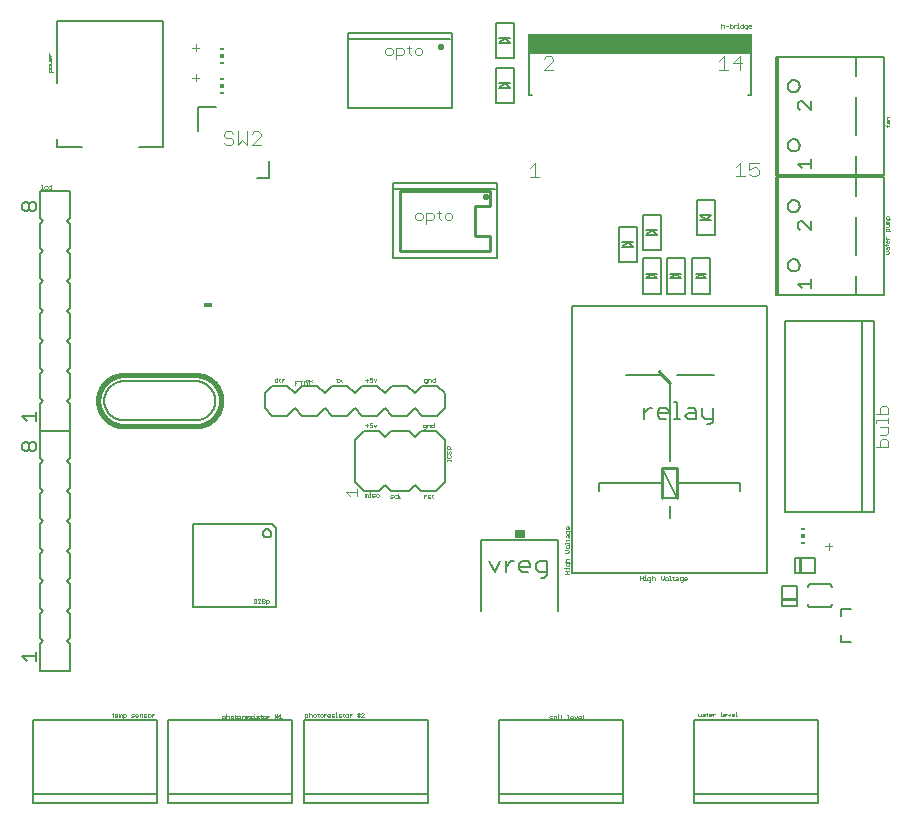
<source format=gto>
G75*
%MOIN*%
%OFA0B0*%
%FSLAX25Y25*%
%IPPOS*%
%LPD*%
%AMOC8*
5,1,8,0,0,1.08239X$1,22.5*
%
%ADD10C,0.00100*%
%ADD11C,0.01000*%
%ADD12C,0.00300*%
%ADD13C,0.00500*%
%ADD14C,0.00400*%
%ADD15C,0.00600*%
%ADD16R,0.74606X0.06594*%
%ADD17C,0.00800*%
%ADD18C,0.02174*%
%ADD19R,0.02800X0.01600*%
%ADD20C,0.01600*%
%ADD21R,0.01181X0.00591*%
%ADD22R,0.01181X0.01181*%
%ADD23R,0.03400X0.03000*%
D10*
X0033450Y0031584D02*
X0033684Y0031350D01*
X0033450Y0031584D02*
X0033450Y0032518D01*
X0033217Y0032284D02*
X0033684Y0032284D01*
X0034137Y0032051D02*
X0034371Y0032284D01*
X0034838Y0032284D01*
X0035072Y0032051D01*
X0035072Y0031817D01*
X0034137Y0031817D01*
X0034137Y0031584D02*
X0034137Y0032051D01*
X0034137Y0031584D02*
X0034371Y0031350D01*
X0034838Y0031350D01*
X0035519Y0031350D02*
X0035519Y0032284D01*
X0035752Y0032284D01*
X0035986Y0032051D01*
X0036219Y0032284D01*
X0036453Y0032051D01*
X0036453Y0031350D01*
X0036900Y0031350D02*
X0037600Y0031350D01*
X0037834Y0031584D01*
X0037834Y0032051D01*
X0037600Y0032284D01*
X0036900Y0032284D01*
X0036900Y0030883D01*
X0035986Y0031350D02*
X0035986Y0032051D01*
X0039662Y0032051D02*
X0039896Y0032284D01*
X0040596Y0032284D01*
X0041043Y0032051D02*
X0041277Y0032284D01*
X0041744Y0032284D01*
X0041977Y0032051D01*
X0041977Y0031817D01*
X0041043Y0031817D01*
X0041043Y0031584D02*
X0041043Y0032051D01*
X0041043Y0031584D02*
X0041277Y0031350D01*
X0041744Y0031350D01*
X0042424Y0031350D02*
X0042424Y0032284D01*
X0043125Y0032284D01*
X0043359Y0032051D01*
X0043359Y0031350D01*
X0043806Y0031350D02*
X0044506Y0031350D01*
X0044740Y0031584D01*
X0044506Y0031817D01*
X0044039Y0031817D01*
X0043806Y0032051D01*
X0044039Y0032284D01*
X0044740Y0032284D01*
X0045187Y0032051D02*
X0045187Y0031584D01*
X0045420Y0031350D01*
X0045887Y0031350D01*
X0046121Y0031584D01*
X0046121Y0032051D01*
X0045887Y0032284D01*
X0045420Y0032284D01*
X0045187Y0032051D01*
X0046568Y0032284D02*
X0046568Y0031350D01*
X0046568Y0031817D02*
X0047035Y0032284D01*
X0047269Y0032284D01*
X0040596Y0031584D02*
X0040363Y0031817D01*
X0039896Y0031817D01*
X0039662Y0032051D01*
X0039662Y0031350D02*
X0040363Y0031350D01*
X0040596Y0031584D01*
X0069999Y0031814D02*
X0069999Y0030413D01*
X0069999Y0030880D02*
X0070700Y0030880D01*
X0070933Y0031114D01*
X0070933Y0031581D01*
X0070700Y0031814D01*
X0069999Y0031814D01*
X0071381Y0031581D02*
X0071614Y0031814D01*
X0072081Y0031814D01*
X0072315Y0031581D01*
X0072315Y0030880D01*
X0072762Y0031114D02*
X0072995Y0030880D01*
X0073462Y0030880D01*
X0073696Y0031114D01*
X0073696Y0031581D01*
X0073462Y0031814D01*
X0072995Y0031814D01*
X0072762Y0031581D01*
X0072762Y0031114D01*
X0071381Y0030880D02*
X0071381Y0032281D01*
X0074143Y0031814D02*
X0074610Y0031814D01*
X0074376Y0032048D02*
X0074376Y0031114D01*
X0074610Y0030880D01*
X0075064Y0031114D02*
X0075297Y0030880D01*
X0075764Y0030880D01*
X0075998Y0031114D01*
X0075998Y0031581D01*
X0075764Y0031814D01*
X0075297Y0031814D01*
X0075064Y0031581D01*
X0075064Y0031114D01*
X0076445Y0031347D02*
X0076912Y0031814D01*
X0077145Y0031814D01*
X0077596Y0031581D02*
X0077829Y0031814D01*
X0078296Y0031814D01*
X0078530Y0031581D01*
X0078530Y0031347D01*
X0077596Y0031347D01*
X0077596Y0031114D02*
X0077596Y0031581D01*
X0077596Y0031114D02*
X0077829Y0030880D01*
X0078296Y0030880D01*
X0078977Y0030880D02*
X0079678Y0030880D01*
X0079911Y0031114D01*
X0079678Y0031347D01*
X0079211Y0031347D01*
X0078977Y0031581D01*
X0079211Y0031814D01*
X0079911Y0031814D01*
X0080358Y0031814D02*
X0080592Y0031814D01*
X0080592Y0030880D01*
X0080825Y0030880D02*
X0080358Y0030880D01*
X0081279Y0030880D02*
X0081980Y0030880D01*
X0082213Y0031114D01*
X0081980Y0031347D01*
X0081512Y0031347D01*
X0081279Y0031581D01*
X0081512Y0031814D01*
X0082213Y0031814D01*
X0082660Y0031814D02*
X0083127Y0031814D01*
X0082894Y0032048D02*
X0082894Y0031114D01*
X0083127Y0030880D01*
X0083581Y0031114D02*
X0083814Y0030880D01*
X0084281Y0030880D01*
X0084515Y0031114D01*
X0084515Y0031581D01*
X0084281Y0031814D01*
X0083814Y0031814D01*
X0083581Y0031581D01*
X0083581Y0031114D01*
X0084962Y0031347D02*
X0085429Y0031814D01*
X0085663Y0031814D01*
X0084962Y0031814D02*
X0084962Y0030880D01*
X0087494Y0031347D02*
X0088428Y0031347D01*
X0088428Y0031814D02*
X0088195Y0031814D01*
X0087494Y0031814D01*
X0087728Y0032281D02*
X0087728Y0030880D01*
X0088195Y0030880D02*
X0088195Y0032281D01*
X0088875Y0031814D02*
X0089342Y0032281D01*
X0089342Y0030880D01*
X0088875Y0030880D02*
X0089810Y0030880D01*
X0097487Y0030843D02*
X0097487Y0032244D01*
X0098187Y0032244D01*
X0098421Y0032011D01*
X0098421Y0031544D01*
X0098187Y0031310D01*
X0097487Y0031310D01*
X0098868Y0031310D02*
X0098868Y0032711D01*
X0099101Y0032244D02*
X0099568Y0032244D01*
X0099802Y0032011D01*
X0099802Y0031310D01*
X0100249Y0031544D02*
X0100483Y0031310D01*
X0100950Y0031310D01*
X0101183Y0031544D01*
X0101183Y0032011D01*
X0100950Y0032244D01*
X0100483Y0032244D01*
X0100249Y0032011D01*
X0100249Y0031544D01*
X0099101Y0032244D02*
X0098868Y0032011D01*
X0101630Y0032244D02*
X0102097Y0032244D01*
X0101864Y0032478D02*
X0101864Y0031544D01*
X0102097Y0031310D01*
X0102551Y0031544D02*
X0102784Y0031310D01*
X0103252Y0031310D01*
X0103485Y0031544D01*
X0103485Y0032011D01*
X0103252Y0032244D01*
X0102784Y0032244D01*
X0102551Y0032011D01*
X0102551Y0031544D01*
X0103932Y0031777D02*
X0104399Y0032244D01*
X0104633Y0032244D01*
X0105083Y0032011D02*
X0105317Y0032244D01*
X0105784Y0032244D01*
X0106017Y0032011D01*
X0106017Y0031777D01*
X0105083Y0031777D01*
X0105083Y0031544D02*
X0105083Y0032011D01*
X0105083Y0031544D02*
X0105317Y0031310D01*
X0105784Y0031310D01*
X0106464Y0031310D02*
X0107165Y0031310D01*
X0107398Y0031544D01*
X0107165Y0031777D01*
X0106698Y0031777D01*
X0106464Y0032011D01*
X0106698Y0032244D01*
X0107398Y0032244D01*
X0107845Y0032244D02*
X0108079Y0032244D01*
X0108079Y0031310D01*
X0107845Y0031310D02*
X0108313Y0031310D01*
X0108766Y0031310D02*
X0109467Y0031310D01*
X0109700Y0031544D01*
X0109467Y0031777D01*
X0109000Y0031777D01*
X0108766Y0032011D01*
X0109000Y0032244D01*
X0109700Y0032244D01*
X0110147Y0032244D02*
X0110614Y0032244D01*
X0110381Y0032478D02*
X0110381Y0031544D01*
X0110614Y0031310D01*
X0111068Y0031544D02*
X0111302Y0031310D01*
X0111769Y0031310D01*
X0112002Y0031544D01*
X0112002Y0032011D01*
X0111769Y0032244D01*
X0111302Y0032244D01*
X0111068Y0032011D01*
X0111068Y0031544D01*
X0112449Y0031777D02*
X0112916Y0032244D01*
X0113150Y0032244D01*
X0112449Y0032244D02*
X0112449Y0031310D01*
X0114982Y0031777D02*
X0115916Y0031777D01*
X0115916Y0032244D02*
X0115682Y0032244D01*
X0114982Y0032244D01*
X0115215Y0032711D02*
X0115215Y0031310D01*
X0115682Y0031310D02*
X0115682Y0032711D01*
X0116363Y0032478D02*
X0116596Y0032711D01*
X0117063Y0032711D01*
X0117297Y0032478D01*
X0117297Y0032244D01*
X0116363Y0031310D01*
X0117297Y0031310D01*
X0108079Y0032711D02*
X0108079Y0032945D01*
X0103932Y0032244D02*
X0103932Y0031310D01*
X0080592Y0032281D02*
X0080592Y0032515D01*
X0076445Y0031814D02*
X0076445Y0030880D01*
X0080655Y0069340D02*
X0080422Y0069574D01*
X0080655Y0069340D02*
X0081123Y0069340D01*
X0081356Y0069574D01*
X0081356Y0069807D01*
X0081123Y0070041D01*
X0080889Y0070041D01*
X0081123Y0070041D02*
X0081356Y0070274D01*
X0081356Y0070508D01*
X0081123Y0070741D01*
X0080655Y0070741D01*
X0080422Y0070508D01*
X0081803Y0070508D02*
X0082037Y0070741D01*
X0082504Y0070741D01*
X0082737Y0070508D01*
X0082737Y0070274D01*
X0081803Y0069340D01*
X0082737Y0069340D01*
X0083184Y0069574D02*
X0083184Y0069807D01*
X0083418Y0070041D01*
X0083885Y0070041D01*
X0084118Y0069807D01*
X0084118Y0069574D01*
X0083885Y0069340D01*
X0083418Y0069340D01*
X0083184Y0069574D01*
X0083418Y0070041D02*
X0083184Y0070274D01*
X0083184Y0070508D01*
X0083418Y0070741D01*
X0083885Y0070741D01*
X0084118Y0070508D01*
X0084118Y0070274D01*
X0083885Y0070041D01*
X0084565Y0070274D02*
X0084565Y0068873D01*
X0084565Y0069340D02*
X0085266Y0069340D01*
X0085500Y0069574D01*
X0085500Y0070041D01*
X0085266Y0070274D01*
X0084565Y0070274D01*
X0117547Y0104670D02*
X0117547Y0105604D01*
X0117780Y0105604D01*
X0118014Y0105371D01*
X0118247Y0105604D01*
X0118481Y0105371D01*
X0118481Y0104670D01*
X0118928Y0104670D02*
X0119395Y0104670D01*
X0119161Y0104670D02*
X0119161Y0105604D01*
X0118928Y0105604D01*
X0119161Y0106071D02*
X0119161Y0106305D01*
X0120082Y0105604D02*
X0120783Y0105604D01*
X0121230Y0105371D02*
X0121230Y0104904D01*
X0121463Y0104670D01*
X0121930Y0104670D01*
X0122164Y0104904D01*
X0122164Y0105371D01*
X0121930Y0105604D01*
X0121463Y0105604D01*
X0121230Y0105371D01*
X0120783Y0104904D02*
X0120549Y0105137D01*
X0120082Y0105137D01*
X0119849Y0105371D01*
X0120082Y0105604D01*
X0119849Y0104670D02*
X0120549Y0104670D01*
X0120783Y0104904D01*
X0118014Y0104670D02*
X0118014Y0105371D01*
X0125933Y0105041D02*
X0126167Y0105274D01*
X0126867Y0105274D01*
X0127314Y0105041D02*
X0127314Y0104574D01*
X0127548Y0104340D01*
X0128249Y0104340D01*
X0128696Y0104340D02*
X0128696Y0105741D01*
X0128249Y0105274D02*
X0127548Y0105274D01*
X0127314Y0105041D01*
X0126867Y0104574D02*
X0126634Y0104807D01*
X0126167Y0104807D01*
X0125933Y0105041D01*
X0125933Y0104340D02*
X0126634Y0104340D01*
X0126867Y0104574D01*
X0128696Y0104807D02*
X0129396Y0105274D01*
X0128696Y0104807D02*
X0129396Y0104340D01*
X0137274Y0104290D02*
X0137274Y0105224D01*
X0137741Y0105224D02*
X0137974Y0105224D01*
X0137741Y0105224D02*
X0137274Y0104757D01*
X0138425Y0104991D02*
X0138658Y0105224D01*
X0139359Y0105224D01*
X0139806Y0105224D02*
X0140273Y0105224D01*
X0140039Y0105458D02*
X0140039Y0104524D01*
X0140273Y0104290D01*
X0139359Y0104524D02*
X0139125Y0104757D01*
X0138658Y0104757D01*
X0138425Y0104991D01*
X0138425Y0104290D02*
X0139125Y0104290D01*
X0139359Y0104524D01*
X0144825Y0116640D02*
X0144825Y0117140D01*
X0144825Y0116890D02*
X0146327Y0116890D01*
X0146327Y0116640D02*
X0146327Y0117140D01*
X0146076Y0117622D02*
X0146327Y0117872D01*
X0146327Y0118373D01*
X0146076Y0118623D01*
X0146076Y0119095D02*
X0146327Y0119346D01*
X0146327Y0119846D01*
X0146076Y0120096D01*
X0145826Y0120096D01*
X0145576Y0119846D01*
X0145576Y0119346D01*
X0145326Y0119095D01*
X0145076Y0119095D01*
X0144825Y0119346D01*
X0144825Y0119846D01*
X0145076Y0120096D01*
X0144825Y0120569D02*
X0144825Y0121319D01*
X0145076Y0121570D01*
X0145576Y0121570D01*
X0145826Y0121319D01*
X0145826Y0120569D01*
X0146327Y0120569D02*
X0144825Y0120569D01*
X0145076Y0118623D02*
X0144825Y0118373D01*
X0144825Y0117872D01*
X0145076Y0117622D01*
X0146076Y0117622D01*
X0140563Y0127870D02*
X0139863Y0127870D01*
X0139629Y0128104D01*
X0139629Y0128571D01*
X0139863Y0128804D01*
X0140563Y0128804D01*
X0140563Y0129271D02*
X0140563Y0127870D01*
X0139182Y0127870D02*
X0139182Y0128571D01*
X0138948Y0128804D01*
X0138248Y0128804D01*
X0138248Y0127870D01*
X0137801Y0127870D02*
X0137100Y0127870D01*
X0136867Y0128104D01*
X0136867Y0128571D01*
X0137100Y0128804D01*
X0137801Y0128804D01*
X0137801Y0127636D01*
X0137567Y0127403D01*
X0137334Y0127403D01*
X0137644Y0142583D02*
X0137877Y0142583D01*
X0138111Y0142816D01*
X0138111Y0143984D01*
X0137410Y0143984D01*
X0137177Y0143751D01*
X0137177Y0143284D01*
X0137410Y0143050D01*
X0138111Y0143050D01*
X0138558Y0143050D02*
X0138558Y0143984D01*
X0139258Y0143984D01*
X0139492Y0143751D01*
X0139492Y0143050D01*
X0139939Y0143284D02*
X0139939Y0143751D01*
X0140173Y0143984D01*
X0140873Y0143984D01*
X0140873Y0144451D02*
X0140873Y0143050D01*
X0140173Y0143050D01*
X0139939Y0143284D01*
X0121413Y0143864D02*
X0120946Y0142930D01*
X0120479Y0143864D01*
X0120032Y0143631D02*
X0120032Y0143164D01*
X0119798Y0142930D01*
X0119331Y0142930D01*
X0119098Y0143164D01*
X0119098Y0143631D02*
X0119565Y0143864D01*
X0119798Y0143864D01*
X0120032Y0143631D01*
X0120032Y0144331D02*
X0119098Y0144331D01*
X0119098Y0143631D01*
X0118651Y0143631D02*
X0117717Y0143631D01*
X0118184Y0144098D02*
X0118184Y0143164D01*
X0109872Y0142930D02*
X0108937Y0143864D01*
X0108484Y0143864D02*
X0108017Y0143864D01*
X0108250Y0144098D02*
X0108250Y0143164D01*
X0108484Y0142930D01*
X0108937Y0142930D02*
X0109872Y0143864D01*
X0099862Y0143804D02*
X0098928Y0142870D01*
X0098887Y0143351D02*
X0098887Y0141850D01*
X0099137Y0141850D02*
X0098636Y0141850D01*
X0098164Y0142100D02*
X0098164Y0143101D01*
X0097914Y0143351D01*
X0097163Y0143351D01*
X0097163Y0141850D01*
X0097914Y0141850D01*
X0098164Y0142100D01*
X0097777Y0142870D02*
X0097777Y0143804D01*
X0098244Y0143804D02*
X0098477Y0143804D01*
X0098244Y0143804D02*
X0097777Y0143337D01*
X0098636Y0143351D02*
X0099137Y0143351D01*
X0098928Y0143804D02*
X0099862Y0142870D01*
X0096691Y0143351D02*
X0095690Y0143351D01*
X0095218Y0143351D02*
X0094217Y0143351D01*
X0094217Y0141850D01*
X0094217Y0142601D02*
X0094717Y0142601D01*
X0096190Y0143351D02*
X0096190Y0141850D01*
X0090469Y0143924D02*
X0090236Y0143924D01*
X0089769Y0143457D01*
X0089769Y0142990D02*
X0089769Y0143924D01*
X0089315Y0143924D02*
X0088848Y0143924D01*
X0089081Y0144158D02*
X0089081Y0143224D01*
X0089315Y0142990D01*
X0088401Y0142990D02*
X0087700Y0142990D01*
X0087467Y0143224D01*
X0087467Y0143691D01*
X0087700Y0143924D01*
X0088401Y0143924D01*
X0088401Y0144391D02*
X0088401Y0142990D01*
X0117717Y0128571D02*
X0118651Y0128571D01*
X0119098Y0128571D02*
X0119565Y0128804D01*
X0119798Y0128804D01*
X0120032Y0128571D01*
X0120032Y0128104D01*
X0119798Y0127870D01*
X0119331Y0127870D01*
X0119098Y0128104D01*
X0119098Y0128571D02*
X0119098Y0129271D01*
X0120032Y0129271D01*
X0120479Y0128804D02*
X0120946Y0127870D01*
X0121413Y0128804D01*
X0118184Y0129038D02*
X0118184Y0128104D01*
X0184716Y0094654D02*
X0184966Y0094904D01*
X0185216Y0094904D01*
X0185216Y0093903D01*
X0184966Y0093903D02*
X0184716Y0094154D01*
X0184716Y0094654D01*
X0184966Y0093903D02*
X0185466Y0093903D01*
X0185717Y0094154D01*
X0185717Y0094654D01*
X0185717Y0093431D02*
X0185717Y0092680D01*
X0185466Y0092430D01*
X0184966Y0092430D01*
X0184716Y0092680D01*
X0184716Y0093431D01*
X0185967Y0093431D01*
X0186217Y0093181D01*
X0186217Y0092931D01*
X0185717Y0091958D02*
X0185717Y0091207D01*
X0185466Y0090957D01*
X0185216Y0091207D01*
X0185216Y0091958D01*
X0184966Y0091958D02*
X0185717Y0091958D01*
X0184966Y0091958D02*
X0184716Y0091708D01*
X0184716Y0091207D01*
X0184716Y0090475D02*
X0184716Y0089975D01*
X0184466Y0090225D02*
X0185466Y0090225D01*
X0185717Y0090475D01*
X0185717Y0089493D02*
X0185717Y0088993D01*
X0185717Y0089243D02*
X0184215Y0089243D01*
X0184215Y0088993D01*
X0184716Y0088270D02*
X0184716Y0087770D01*
X0184966Y0087519D01*
X0185466Y0087519D01*
X0185717Y0087770D01*
X0185717Y0088270D01*
X0185466Y0088520D01*
X0184966Y0088520D01*
X0184716Y0088270D01*
X0185216Y0087047D02*
X0184215Y0087047D01*
X0184215Y0086046D02*
X0185216Y0086046D01*
X0185717Y0086546D01*
X0185216Y0087047D01*
X0184966Y0084100D02*
X0185717Y0084100D01*
X0184966Y0084100D02*
X0184716Y0083850D01*
X0184716Y0083350D01*
X0184966Y0083100D01*
X0184716Y0082627D02*
X0184716Y0081877D01*
X0184966Y0081626D01*
X0185466Y0081626D01*
X0185717Y0081877D01*
X0185717Y0082627D01*
X0185967Y0082627D02*
X0184716Y0082627D01*
X0184215Y0083100D02*
X0185717Y0083100D01*
X0185967Y0082627D02*
X0186217Y0082377D01*
X0186217Y0082127D01*
X0185717Y0081145D02*
X0185717Y0080644D01*
X0185717Y0080894D02*
X0184716Y0080894D01*
X0184716Y0080644D01*
X0184966Y0080172D02*
X0184966Y0079171D01*
X0185717Y0079171D02*
X0184215Y0079171D01*
X0184215Y0080172D02*
X0185717Y0080172D01*
X0184215Y0080894D02*
X0183965Y0080894D01*
X0209217Y0078351D02*
X0209217Y0076850D01*
X0209217Y0077601D02*
X0210218Y0077601D01*
X0210690Y0077851D02*
X0210940Y0077851D01*
X0210940Y0076850D01*
X0210690Y0076850D02*
X0211190Y0076850D01*
X0211672Y0077100D02*
X0211922Y0076850D01*
X0212673Y0076850D01*
X0212673Y0076600D02*
X0212673Y0077851D01*
X0211922Y0077851D01*
X0211672Y0077601D01*
X0211672Y0077100D01*
X0212173Y0076350D02*
X0212423Y0076350D01*
X0212673Y0076600D01*
X0213145Y0076850D02*
X0213145Y0078351D01*
X0213396Y0077851D02*
X0213896Y0077851D01*
X0214146Y0077601D01*
X0214146Y0076850D01*
X0213396Y0077851D02*
X0213145Y0077601D01*
X0210940Y0078351D02*
X0210940Y0078601D01*
X0210218Y0078351D02*
X0210218Y0076850D01*
X0216092Y0077350D02*
X0216592Y0076850D01*
X0217093Y0077350D01*
X0217093Y0078351D01*
X0217815Y0077851D02*
X0217565Y0077601D01*
X0217565Y0077100D01*
X0217815Y0076850D01*
X0218316Y0076850D01*
X0218566Y0077100D01*
X0218566Y0077601D01*
X0218316Y0077851D01*
X0217815Y0077851D01*
X0219038Y0078351D02*
X0219289Y0078351D01*
X0219289Y0076850D01*
X0219539Y0076850D02*
X0219038Y0076850D01*
X0220271Y0077100D02*
X0220521Y0076850D01*
X0220271Y0077100D02*
X0220271Y0078101D01*
X0220021Y0077851D02*
X0220521Y0077851D01*
X0221253Y0077851D02*
X0221753Y0077851D01*
X0222004Y0077601D01*
X0222004Y0076850D01*
X0221253Y0076850D01*
X0221003Y0077100D01*
X0221253Y0077350D01*
X0222004Y0077350D01*
X0222476Y0077100D02*
X0222726Y0076850D01*
X0223477Y0076850D01*
X0223477Y0076600D02*
X0223477Y0077851D01*
X0222726Y0077851D01*
X0222476Y0077601D01*
X0222476Y0077100D01*
X0222976Y0076350D02*
X0223227Y0076350D01*
X0223477Y0076600D01*
X0223949Y0077100D02*
X0223949Y0077601D01*
X0224199Y0077851D01*
X0224700Y0077851D01*
X0224950Y0077601D01*
X0224950Y0077350D01*
X0223949Y0077350D01*
X0223949Y0077100D02*
X0224199Y0076850D01*
X0224700Y0076850D01*
X0216092Y0077350D02*
X0216092Y0078351D01*
X0228497Y0032464D02*
X0228497Y0031764D01*
X0228730Y0031530D01*
X0228964Y0031764D01*
X0229197Y0031530D01*
X0229431Y0031764D01*
X0229431Y0032464D01*
X0230111Y0032464D02*
X0230578Y0032464D01*
X0230812Y0032231D01*
X0230812Y0031530D01*
X0230111Y0031530D01*
X0229878Y0031764D01*
X0230111Y0031997D01*
X0230812Y0031997D01*
X0231259Y0032464D02*
X0231726Y0032464D01*
X0231493Y0032698D02*
X0231493Y0031764D01*
X0231726Y0031530D01*
X0232180Y0031764D02*
X0232180Y0032231D01*
X0232413Y0032464D01*
X0232880Y0032464D01*
X0233114Y0032231D01*
X0233114Y0031997D01*
X0232180Y0031997D01*
X0232180Y0031764D02*
X0232413Y0031530D01*
X0232880Y0031530D01*
X0233561Y0031530D02*
X0233561Y0032464D01*
X0233561Y0031997D02*
X0234028Y0032464D01*
X0234262Y0032464D01*
X0236093Y0032931D02*
X0236327Y0032931D01*
X0236327Y0031530D01*
X0236560Y0031530D02*
X0236093Y0031530D01*
X0237014Y0031764D02*
X0237014Y0032231D01*
X0237247Y0032464D01*
X0237714Y0032464D01*
X0237948Y0032231D01*
X0237948Y0031997D01*
X0237014Y0031997D01*
X0237014Y0031764D02*
X0237247Y0031530D01*
X0237714Y0031530D01*
X0238862Y0031530D02*
X0239329Y0032464D01*
X0239776Y0032231D02*
X0240010Y0032464D01*
X0240477Y0032464D01*
X0240710Y0032231D01*
X0240710Y0031997D01*
X0239776Y0031997D01*
X0239776Y0031764D02*
X0239776Y0032231D01*
X0239776Y0031764D02*
X0240010Y0031530D01*
X0240477Y0031530D01*
X0241157Y0031530D02*
X0241624Y0031530D01*
X0241391Y0031530D02*
X0241391Y0032931D01*
X0241157Y0032931D01*
X0238862Y0031530D02*
X0238395Y0032464D01*
X0190593Y0030700D02*
X0190126Y0030700D01*
X0190360Y0030700D02*
X0190360Y0032101D01*
X0190126Y0032101D01*
X0189445Y0031634D02*
X0189679Y0031401D01*
X0189679Y0031167D01*
X0188745Y0031167D01*
X0188745Y0030934D02*
X0188745Y0031401D01*
X0188978Y0031634D01*
X0189445Y0031634D01*
X0189445Y0030700D02*
X0188978Y0030700D01*
X0188745Y0030934D01*
X0188298Y0031634D02*
X0187831Y0030700D01*
X0187364Y0031634D01*
X0186917Y0031401D02*
X0186917Y0031167D01*
X0185983Y0031167D01*
X0185983Y0030934D02*
X0185983Y0031401D01*
X0186216Y0031634D01*
X0186683Y0031634D01*
X0186917Y0031401D01*
X0186683Y0030700D02*
X0186216Y0030700D01*
X0185983Y0030934D01*
X0185529Y0030700D02*
X0185062Y0030700D01*
X0185295Y0030700D02*
X0185295Y0032101D01*
X0185062Y0032101D01*
X0182993Y0032101D02*
X0182993Y0030700D01*
X0182760Y0030700D02*
X0183227Y0030700D01*
X0182306Y0030700D02*
X0181839Y0030700D01*
X0182073Y0030700D02*
X0182073Y0031634D01*
X0181839Y0031634D01*
X0181392Y0031401D02*
X0181158Y0031634D01*
X0180691Y0031634D01*
X0180458Y0031401D01*
X0180458Y0030934D01*
X0180691Y0030700D01*
X0181158Y0030700D01*
X0181392Y0030934D01*
X0181392Y0031401D01*
X0182073Y0032101D02*
X0182073Y0032335D01*
X0182760Y0032101D02*
X0182993Y0032101D01*
X0180011Y0031634D02*
X0179310Y0031634D01*
X0179077Y0031401D01*
X0179310Y0031167D01*
X0179777Y0031167D01*
X0180011Y0030934D01*
X0179777Y0030700D01*
X0179077Y0030700D01*
X0291263Y0185650D02*
X0291963Y0185650D01*
X0292197Y0185884D01*
X0291963Y0186117D01*
X0292197Y0186351D01*
X0291963Y0186584D01*
X0291263Y0186584D01*
X0291263Y0187265D02*
X0291263Y0187732D01*
X0291496Y0187965D01*
X0292197Y0187965D01*
X0292197Y0187265D01*
X0291963Y0187031D01*
X0291730Y0187265D01*
X0291730Y0187965D01*
X0291263Y0188412D02*
X0291263Y0188879D01*
X0291029Y0188646D02*
X0291963Y0188646D01*
X0292197Y0188879D01*
X0291963Y0189333D02*
X0291496Y0189333D01*
X0291263Y0189567D01*
X0291263Y0190034D01*
X0291496Y0190267D01*
X0291730Y0190267D01*
X0291730Y0189333D01*
X0291963Y0189333D02*
X0292197Y0189567D01*
X0292197Y0190034D01*
X0292197Y0190714D02*
X0291263Y0190714D01*
X0291730Y0190714D02*
X0291263Y0191181D01*
X0291263Y0191415D01*
X0291263Y0193246D02*
X0291263Y0193947D01*
X0291496Y0194181D01*
X0291963Y0194181D01*
X0292197Y0193947D01*
X0292197Y0193246D01*
X0292664Y0193246D02*
X0291263Y0193246D01*
X0291263Y0194628D02*
X0291963Y0194628D01*
X0292197Y0194861D01*
X0292197Y0195562D01*
X0291263Y0195562D01*
X0291263Y0196009D02*
X0291263Y0196242D01*
X0291496Y0196476D01*
X0291263Y0196709D01*
X0291496Y0196943D01*
X0292197Y0196943D01*
X0292197Y0197390D02*
X0292197Y0198091D01*
X0291963Y0198324D01*
X0291496Y0198324D01*
X0291263Y0198091D01*
X0291263Y0197390D01*
X0292664Y0197390D01*
X0292197Y0196476D02*
X0291496Y0196476D01*
X0291263Y0196009D02*
X0292197Y0196009D01*
X0291716Y0228110D02*
X0291716Y0228577D01*
X0291249Y0228344D02*
X0291015Y0228577D01*
X0291249Y0228344D02*
X0292417Y0228344D01*
X0292183Y0229031D02*
X0291950Y0229264D01*
X0291950Y0229965D01*
X0291716Y0229965D02*
X0292417Y0229965D01*
X0292417Y0229264D01*
X0292183Y0229031D01*
X0291483Y0229264D02*
X0291483Y0229731D01*
X0291716Y0229965D01*
X0291483Y0230412D02*
X0291483Y0231113D01*
X0291716Y0231346D01*
X0292417Y0231346D01*
X0292417Y0230412D02*
X0291483Y0230412D01*
X0246095Y0261050D02*
X0245628Y0261050D01*
X0245394Y0261284D01*
X0245394Y0261751D01*
X0245628Y0261984D01*
X0246095Y0261984D01*
X0246328Y0261751D01*
X0246328Y0261517D01*
X0245394Y0261517D01*
X0244947Y0261050D02*
X0244247Y0261050D01*
X0244013Y0261284D01*
X0244013Y0261751D01*
X0244247Y0261984D01*
X0244947Y0261984D01*
X0244947Y0260816D01*
X0244714Y0260583D01*
X0244480Y0260583D01*
X0243566Y0261050D02*
X0242865Y0261050D01*
X0242632Y0261284D01*
X0242632Y0261751D01*
X0242865Y0261984D01*
X0243566Y0261984D01*
X0243566Y0262451D02*
X0243566Y0261050D01*
X0242178Y0261050D02*
X0241711Y0261050D01*
X0241945Y0261050D02*
X0241945Y0261984D01*
X0241711Y0261984D01*
X0241261Y0261984D02*
X0241027Y0261984D01*
X0240560Y0261517D01*
X0240560Y0261050D02*
X0240560Y0261984D01*
X0240113Y0261751D02*
X0239880Y0261984D01*
X0239179Y0261984D01*
X0239179Y0262451D02*
X0239179Y0261050D01*
X0239880Y0261050D01*
X0240113Y0261284D01*
X0240113Y0261751D01*
X0238732Y0261751D02*
X0237798Y0261751D01*
X0237351Y0261751D02*
X0237351Y0261050D01*
X0237351Y0261751D02*
X0237117Y0261984D01*
X0236650Y0261984D01*
X0236417Y0261751D01*
X0236417Y0262451D02*
X0236417Y0261050D01*
X0241945Y0262451D02*
X0241945Y0262685D01*
X0013524Y0246324D02*
X0012123Y0246324D01*
X0012123Y0247025D01*
X0012356Y0247258D01*
X0012823Y0247258D01*
X0013057Y0247025D01*
X0013057Y0246324D01*
X0012823Y0247705D02*
X0013057Y0247939D01*
X0013057Y0248406D01*
X0012823Y0248640D01*
X0012356Y0248640D01*
X0012123Y0248406D01*
X0012123Y0247939D01*
X0012356Y0247705D01*
X0012823Y0247705D01*
X0012823Y0249087D02*
X0013057Y0249320D01*
X0012823Y0249554D01*
X0013057Y0249787D01*
X0012823Y0250021D01*
X0012123Y0250021D01*
X0012356Y0250468D02*
X0012123Y0250701D01*
X0012123Y0251168D01*
X0012356Y0251402D01*
X0012590Y0251402D01*
X0012590Y0250468D01*
X0012823Y0250468D02*
X0012356Y0250468D01*
X0012823Y0250468D02*
X0013057Y0250701D01*
X0013057Y0251168D01*
X0013057Y0251849D02*
X0012123Y0251849D01*
X0012590Y0251849D02*
X0012123Y0252316D01*
X0012123Y0252550D01*
X0012123Y0249087D02*
X0012823Y0249087D01*
X0012893Y0208731D02*
X0012893Y0207330D01*
X0012192Y0207330D01*
X0011959Y0207564D01*
X0011959Y0208031D01*
X0012192Y0208264D01*
X0012893Y0208264D01*
X0011512Y0208264D02*
X0010811Y0208264D01*
X0010577Y0208031D01*
X0010577Y0207564D01*
X0010811Y0207330D01*
X0011512Y0207330D01*
X0010124Y0207330D02*
X0009657Y0207330D01*
X0009890Y0207330D02*
X0009890Y0208731D01*
X0009657Y0208731D01*
D11*
X0129167Y0206800D02*
X0129167Y0186800D01*
X0159167Y0186800D01*
X0159167Y0191800D01*
X0154167Y0191800D01*
X0154167Y0201800D01*
X0159167Y0201800D01*
X0159167Y0206800D01*
X0129167Y0206800D01*
X0215467Y0146600D02*
X0216667Y0145300D01*
X0219167Y0142800D01*
X0221667Y0114300D02*
X0216667Y0114300D01*
X0216667Y0109300D01*
X0216667Y0104300D01*
X0221667Y0104300D02*
X0221667Y0109300D01*
X0221667Y0114300D01*
D12*
X0270931Y0088184D02*
X0273399Y0088184D01*
X0272165Y0086950D02*
X0272165Y0089419D01*
X0146607Y0197567D02*
X0146607Y0198802D01*
X0145990Y0199419D01*
X0144756Y0199419D01*
X0144138Y0198802D01*
X0144138Y0197567D01*
X0144756Y0196950D01*
X0145990Y0196950D01*
X0146607Y0197567D01*
X0142917Y0196950D02*
X0142300Y0197567D01*
X0142300Y0200036D01*
X0141683Y0199419D02*
X0142917Y0199419D01*
X0140469Y0198802D02*
X0140469Y0197567D01*
X0139851Y0196950D01*
X0138000Y0196950D01*
X0138000Y0195716D02*
X0138000Y0199419D01*
X0139851Y0199419D01*
X0140469Y0198802D01*
X0136785Y0198802D02*
X0136168Y0199419D01*
X0134934Y0199419D01*
X0134317Y0198802D01*
X0134317Y0197567D01*
X0134934Y0196950D01*
X0136168Y0196950D01*
X0136785Y0197567D01*
X0136785Y0198802D01*
X0128000Y0250716D02*
X0128000Y0254419D01*
X0129851Y0254419D01*
X0130469Y0253802D01*
X0130469Y0252567D01*
X0129851Y0251950D01*
X0128000Y0251950D01*
X0126785Y0252567D02*
X0126785Y0253802D01*
X0126168Y0254419D01*
X0124934Y0254419D01*
X0124317Y0253802D01*
X0124317Y0252567D01*
X0124934Y0251950D01*
X0126168Y0251950D01*
X0126785Y0252567D01*
X0131683Y0254419D02*
X0132917Y0254419D01*
X0132300Y0255036D02*
X0132300Y0252567D01*
X0132917Y0251950D01*
X0134138Y0252567D02*
X0134756Y0251950D01*
X0135990Y0251950D01*
X0136607Y0252567D01*
X0136607Y0253802D01*
X0135990Y0254419D01*
X0134756Y0254419D01*
X0134138Y0253802D01*
X0134138Y0252567D01*
X0062399Y0254501D02*
X0059931Y0254501D01*
X0061165Y0253267D02*
X0061165Y0255736D01*
X0061165Y0245736D02*
X0061165Y0243267D01*
X0059931Y0244501D02*
X0062399Y0244501D01*
X0115017Y0107419D02*
X0115017Y0104950D01*
X0115017Y0106184D02*
X0111313Y0106184D01*
X0112548Y0104950D01*
D13*
X0117167Y0106800D02*
X0122167Y0106800D01*
X0124167Y0108800D01*
X0126167Y0106800D01*
X0132167Y0106800D01*
X0134167Y0108800D01*
X0136167Y0106800D01*
X0141167Y0106800D01*
X0144167Y0109800D01*
X0144167Y0123800D01*
X0141167Y0126800D01*
X0136167Y0126800D01*
X0134167Y0124800D01*
X0132167Y0126800D01*
X0126167Y0126800D01*
X0124167Y0124800D01*
X0122167Y0126800D01*
X0117167Y0126800D01*
X0114167Y0123800D01*
X0114167Y0109800D01*
X0117167Y0106800D01*
X0158927Y0083290D02*
X0160762Y0079620D01*
X0162596Y0083290D01*
X0164451Y0083290D02*
X0164451Y0079620D01*
X0164451Y0081455D02*
X0166286Y0083290D01*
X0167204Y0083290D01*
X0169055Y0082372D02*
X0169055Y0080537D01*
X0169973Y0079620D01*
X0171808Y0079620D01*
X0172725Y0081455D02*
X0169055Y0081455D01*
X0169055Y0082372D02*
X0169973Y0083290D01*
X0171808Y0083290D01*
X0172725Y0082372D01*
X0172725Y0081455D01*
X0174580Y0082372D02*
X0174580Y0080537D01*
X0175497Y0079620D01*
X0178250Y0079620D01*
X0178250Y0078703D02*
X0178250Y0083290D01*
X0175497Y0083290D01*
X0174580Y0082372D01*
X0176415Y0077785D02*
X0177332Y0077785D01*
X0178250Y0078703D01*
X0210527Y0130750D02*
X0210527Y0134420D01*
X0212362Y0134420D02*
X0213279Y0134420D01*
X0212362Y0134420D02*
X0210527Y0132585D01*
X0215131Y0132585D02*
X0218800Y0132585D01*
X0218800Y0133502D01*
X0217883Y0134420D01*
X0216048Y0134420D01*
X0215131Y0133502D01*
X0215131Y0131667D01*
X0216048Y0130750D01*
X0217883Y0130750D01*
X0220655Y0130750D02*
X0222490Y0130750D01*
X0221573Y0130750D02*
X0221573Y0136255D01*
X0220655Y0136255D01*
X0225256Y0134420D02*
X0227091Y0134420D01*
X0228008Y0133502D01*
X0228008Y0130750D01*
X0225256Y0130750D01*
X0224338Y0131667D01*
X0225256Y0132585D01*
X0228008Y0132585D01*
X0229863Y0131667D02*
X0229863Y0134420D01*
X0229863Y0131667D02*
X0230781Y0130750D01*
X0233533Y0130750D01*
X0233533Y0129833D02*
X0232616Y0128915D01*
X0231698Y0128915D01*
X0233533Y0129833D02*
X0233533Y0134420D01*
X0232619Y0172394D02*
X0226714Y0172394D01*
X0226714Y0184206D01*
X0232619Y0184206D01*
X0232619Y0172394D01*
X0231417Y0177550D02*
X0229667Y0179050D01*
X0227917Y0177550D01*
X0231417Y0177550D01*
X0231417Y0179050D02*
X0227917Y0179050D01*
X0222917Y0179050D02*
X0219417Y0179050D01*
X0219417Y0177550D02*
X0221167Y0179050D01*
X0222917Y0177550D01*
X0219417Y0177550D01*
X0214917Y0177550D02*
X0213167Y0179050D01*
X0211417Y0177550D01*
X0214917Y0177550D01*
X0214917Y0179050D02*
X0211417Y0179050D01*
X0208119Y0182894D02*
X0202214Y0182894D01*
X0202214Y0194706D01*
X0208119Y0194706D01*
X0208119Y0182894D01*
X0210214Y0184206D02*
X0210214Y0172394D01*
X0216119Y0172394D01*
X0216119Y0184206D01*
X0210214Y0184206D01*
X0210214Y0186894D02*
X0210214Y0198706D01*
X0216119Y0198706D01*
X0216119Y0186894D01*
X0210214Y0186894D01*
X0206917Y0188050D02*
X0205167Y0189550D01*
X0203417Y0188050D01*
X0206917Y0188050D01*
X0206917Y0189550D02*
X0203417Y0189550D01*
X0211417Y0192050D02*
X0213167Y0193550D01*
X0214917Y0192050D01*
X0211417Y0192050D01*
X0211417Y0193550D02*
X0214917Y0193550D01*
X0218214Y0184206D02*
X0218214Y0172394D01*
X0224119Y0172394D01*
X0224119Y0184206D01*
X0218214Y0184206D01*
X0228214Y0191894D02*
X0228214Y0203706D01*
X0234119Y0203706D01*
X0234119Y0191894D01*
X0228214Y0191894D01*
X0229417Y0197050D02*
X0232917Y0197050D01*
X0232917Y0198550D02*
X0231167Y0197050D01*
X0229417Y0198550D01*
X0232917Y0198550D01*
X0261913Y0195959D02*
X0261913Y0194458D01*
X0262663Y0193707D01*
X0261913Y0195959D02*
X0262663Y0196710D01*
X0263414Y0196710D01*
X0266417Y0193707D01*
X0266417Y0196710D01*
X0266417Y0214207D02*
X0266417Y0217210D01*
X0266417Y0215709D02*
X0261913Y0215709D01*
X0263414Y0214207D01*
X0262663Y0233707D02*
X0261913Y0234458D01*
X0261913Y0235959D01*
X0262663Y0236710D01*
X0263414Y0236710D01*
X0266417Y0233707D01*
X0266417Y0236710D01*
X0266417Y0177210D02*
X0266417Y0174207D01*
X0266417Y0175709D02*
X0261913Y0175709D01*
X0263414Y0174207D01*
X0260820Y0084359D02*
X0267513Y0084359D01*
X0267513Y0079241D01*
X0260820Y0079241D01*
X0260820Y0084359D01*
X0262592Y0084162D02*
X0262986Y0084162D01*
X0262986Y0079438D01*
X0262592Y0079438D02*
X0262592Y0084162D01*
X0261726Y0075146D02*
X0256608Y0075146D01*
X0256608Y0068454D01*
X0261726Y0068454D01*
X0261726Y0075146D01*
X0261529Y0070619D02*
X0256804Y0070619D01*
X0256804Y0070225D01*
X0261529Y0070225D01*
X0167119Y0235894D02*
X0161214Y0235894D01*
X0161214Y0247706D01*
X0167119Y0247706D01*
X0167119Y0235894D01*
X0165917Y0241050D02*
X0164167Y0242550D01*
X0162417Y0241050D01*
X0165917Y0241050D01*
X0165917Y0242550D02*
X0162417Y0242550D01*
X0161214Y0250894D02*
X0161214Y0262706D01*
X0167119Y0262706D01*
X0167119Y0250894D01*
X0161214Y0250894D01*
X0162417Y0256050D02*
X0164167Y0257550D01*
X0165917Y0256050D01*
X0162417Y0256050D01*
X0162417Y0257550D02*
X0165917Y0257550D01*
X0085517Y0216800D02*
X0085517Y0211100D01*
X0081667Y0211100D01*
X0061917Y0226800D02*
X0061917Y0234750D01*
X0061915Y0234750D01*
X0061917Y0234750D02*
X0068017Y0234750D01*
X0007917Y0202302D02*
X0007917Y0200801D01*
X0007166Y0200050D01*
X0006415Y0200050D01*
X0005665Y0200801D01*
X0005665Y0202302D01*
X0006415Y0203053D01*
X0007166Y0203053D01*
X0007917Y0202302D01*
X0005665Y0202302D02*
X0004914Y0203053D01*
X0004163Y0203053D01*
X0003413Y0202302D01*
X0003413Y0200801D01*
X0004163Y0200050D01*
X0004914Y0200050D01*
X0005665Y0200801D01*
X0007917Y0133053D02*
X0007917Y0130050D01*
X0007917Y0131551D02*
X0003413Y0131551D01*
X0004914Y0130050D01*
X0004914Y0123053D02*
X0005665Y0122302D01*
X0005665Y0120801D01*
X0004914Y0120050D01*
X0004163Y0120050D01*
X0003413Y0120801D01*
X0003413Y0122302D01*
X0004163Y0123053D01*
X0004914Y0123053D01*
X0005665Y0122302D02*
X0006415Y0123053D01*
X0007166Y0123053D01*
X0007917Y0122302D01*
X0007917Y0120801D01*
X0007166Y0120050D01*
X0006415Y0120050D01*
X0005665Y0120801D01*
X0007917Y0053053D02*
X0007917Y0050050D01*
X0007917Y0051551D02*
X0003413Y0051551D01*
X0004914Y0050050D01*
D14*
X0172645Y0211298D02*
X0175714Y0211298D01*
X0174179Y0211298D02*
X0174179Y0215902D01*
X0172645Y0214367D01*
X0177176Y0247000D02*
X0180245Y0250069D01*
X0180245Y0250837D01*
X0179478Y0251604D01*
X0177943Y0251604D01*
X0177176Y0250837D01*
X0177176Y0247000D02*
X0180245Y0247000D01*
X0235621Y0247000D02*
X0238690Y0247000D01*
X0237155Y0247000D02*
X0237155Y0251604D01*
X0235621Y0250069D01*
X0240225Y0249302D02*
X0243294Y0249302D01*
X0242526Y0251604D02*
X0240225Y0249302D01*
X0242526Y0247000D02*
X0242526Y0251604D01*
X0242624Y0216135D02*
X0242624Y0211531D01*
X0241089Y0211531D02*
X0244159Y0211531D01*
X0245693Y0212298D02*
X0246461Y0211531D01*
X0247995Y0211531D01*
X0248763Y0212298D01*
X0248763Y0213833D01*
X0247995Y0214600D01*
X0247228Y0214600D01*
X0245693Y0213833D01*
X0245693Y0216135D01*
X0248763Y0216135D01*
X0242624Y0216135D02*
X0241089Y0214600D01*
X0289885Y0135002D02*
X0289201Y0134318D01*
X0289201Y0132266D01*
X0287833Y0132266D02*
X0291937Y0132266D01*
X0291937Y0134318D01*
X0291253Y0135002D01*
X0289885Y0135002D01*
X0291937Y0130872D02*
X0291937Y0129504D01*
X0291937Y0130188D02*
X0287833Y0130188D01*
X0287833Y0129504D01*
X0289201Y0128096D02*
X0291937Y0128096D01*
X0291937Y0126044D01*
X0291253Y0125361D01*
X0289201Y0125361D01*
X0289885Y0123953D02*
X0289201Y0123269D01*
X0289201Y0121217D01*
X0287833Y0121217D02*
X0291937Y0121217D01*
X0291937Y0123269D01*
X0291253Y0123953D01*
X0289885Y0123953D01*
X0082832Y0222000D02*
X0079763Y0222000D01*
X0082832Y0225069D01*
X0082832Y0225837D01*
X0082065Y0226604D01*
X0080530Y0226604D01*
X0079763Y0225837D01*
X0078228Y0226604D02*
X0078228Y0222000D01*
X0076693Y0223535D01*
X0075159Y0222000D01*
X0075159Y0226604D01*
X0073624Y0225837D02*
X0072857Y0226604D01*
X0071322Y0226604D01*
X0070555Y0225837D01*
X0070555Y0225069D01*
X0071322Y0224302D01*
X0072857Y0224302D01*
X0073624Y0223535D01*
X0073624Y0222767D01*
X0072857Y0222000D01*
X0071322Y0222000D01*
X0070555Y0222767D01*
D15*
X0112001Y0234280D02*
X0146430Y0234280D01*
X0146430Y0259320D01*
X0112001Y0259320D01*
X0112001Y0257288D01*
X0146037Y0257288D01*
X0172167Y0252800D02*
X0172167Y0238800D01*
X0173167Y0238800D01*
X0161430Y0209320D02*
X0161430Y0184280D01*
X0127001Y0184280D01*
X0127001Y0207288D01*
X0161037Y0207288D01*
X0161430Y0209320D02*
X0127001Y0209320D01*
X0127001Y0207288D01*
X0112001Y0234280D02*
X0112001Y0257288D01*
X0019167Y0206800D02*
X0019167Y0197800D01*
X0018167Y0196800D01*
X0019167Y0195800D01*
X0019167Y0187800D01*
X0018167Y0186800D01*
X0019167Y0185800D01*
X0019167Y0177800D01*
X0018167Y0176800D01*
X0019167Y0175800D01*
X0019167Y0167800D01*
X0018167Y0166800D01*
X0019167Y0165800D01*
X0019167Y0157800D01*
X0018167Y0156800D01*
X0019167Y0155800D01*
X0019167Y0147800D01*
X0018167Y0146800D01*
X0019167Y0145800D01*
X0019167Y0137800D01*
X0018167Y0136800D01*
X0019167Y0135800D01*
X0019167Y0126800D01*
X0019167Y0117800D01*
X0018167Y0116800D01*
X0019167Y0115800D01*
X0019167Y0107800D01*
X0018167Y0106800D01*
X0019167Y0105800D01*
X0019167Y0097800D01*
X0018167Y0096800D01*
X0019167Y0095800D01*
X0019167Y0087800D01*
X0018167Y0086800D01*
X0019167Y0085800D01*
X0019167Y0077800D01*
X0018167Y0076800D01*
X0019167Y0075800D01*
X0019167Y0067800D01*
X0018167Y0066800D01*
X0019167Y0065800D01*
X0019167Y0057800D01*
X0018167Y0056800D01*
X0019167Y0055800D01*
X0019167Y0046800D01*
X0009167Y0046800D01*
X0009167Y0055800D01*
X0010167Y0056800D01*
X0009167Y0057800D01*
X0009167Y0065800D01*
X0010167Y0066800D01*
X0009167Y0067800D01*
X0009167Y0075800D01*
X0010167Y0076800D01*
X0009167Y0077800D01*
X0009167Y0085800D01*
X0010167Y0086800D01*
X0009167Y0087800D01*
X0009167Y0095800D01*
X0010167Y0096800D01*
X0009167Y0097800D01*
X0009167Y0105800D01*
X0010167Y0106800D01*
X0009167Y0107800D01*
X0009167Y0115800D01*
X0010167Y0116800D01*
X0009167Y0117800D01*
X0009167Y0126800D01*
X0019167Y0126800D01*
X0009167Y0126800D01*
X0009167Y0135800D01*
X0010167Y0136800D01*
X0009167Y0137800D01*
X0009167Y0145800D01*
X0010167Y0146800D01*
X0009167Y0147800D01*
X0009167Y0155800D01*
X0010167Y0156800D01*
X0009167Y0157800D01*
X0009167Y0165800D01*
X0010167Y0166800D01*
X0009167Y0167800D01*
X0009167Y0175800D01*
X0010167Y0176800D01*
X0009167Y0177800D01*
X0009167Y0185800D01*
X0010167Y0186800D01*
X0009167Y0187800D01*
X0009167Y0195800D01*
X0010167Y0196800D01*
X0009167Y0197800D01*
X0009167Y0206800D01*
X0019167Y0206800D01*
X0037167Y0143300D02*
X0061167Y0143300D01*
X0061327Y0143298D01*
X0061486Y0143292D01*
X0061645Y0143282D01*
X0061804Y0143269D01*
X0061963Y0143251D01*
X0062121Y0143230D01*
X0062278Y0143204D01*
X0062435Y0143175D01*
X0062591Y0143142D01*
X0062746Y0143105D01*
X0062901Y0143065D01*
X0063054Y0143020D01*
X0063206Y0142972D01*
X0063357Y0142920D01*
X0063506Y0142864D01*
X0063654Y0142805D01*
X0063801Y0142742D01*
X0063946Y0142676D01*
X0064089Y0142606D01*
X0064231Y0142532D01*
X0064371Y0142456D01*
X0064509Y0142375D01*
X0064644Y0142292D01*
X0064778Y0142205D01*
X0064910Y0142114D01*
X0065039Y0142021D01*
X0065166Y0141924D01*
X0065291Y0141825D01*
X0065413Y0141722D01*
X0065532Y0141616D01*
X0065649Y0141508D01*
X0065763Y0141396D01*
X0065875Y0141282D01*
X0065983Y0141165D01*
X0066089Y0141046D01*
X0066192Y0140924D01*
X0066291Y0140799D01*
X0066388Y0140672D01*
X0066481Y0140543D01*
X0066572Y0140411D01*
X0066659Y0140277D01*
X0066742Y0140142D01*
X0066823Y0140004D01*
X0066899Y0139864D01*
X0066973Y0139722D01*
X0067043Y0139579D01*
X0067109Y0139434D01*
X0067172Y0139287D01*
X0067231Y0139139D01*
X0067287Y0138990D01*
X0067339Y0138839D01*
X0067387Y0138687D01*
X0067432Y0138534D01*
X0067472Y0138379D01*
X0067509Y0138224D01*
X0067542Y0138068D01*
X0067571Y0137911D01*
X0067597Y0137754D01*
X0067618Y0137596D01*
X0067636Y0137437D01*
X0067649Y0137278D01*
X0067659Y0137119D01*
X0067665Y0136960D01*
X0067667Y0136800D01*
X0067665Y0136640D01*
X0067659Y0136481D01*
X0067649Y0136322D01*
X0067636Y0136163D01*
X0067618Y0136004D01*
X0067597Y0135846D01*
X0067571Y0135689D01*
X0067542Y0135532D01*
X0067509Y0135376D01*
X0067472Y0135221D01*
X0067432Y0135066D01*
X0067387Y0134913D01*
X0067339Y0134761D01*
X0067287Y0134610D01*
X0067231Y0134461D01*
X0067172Y0134313D01*
X0067109Y0134166D01*
X0067043Y0134021D01*
X0066973Y0133878D01*
X0066899Y0133736D01*
X0066823Y0133596D01*
X0066742Y0133458D01*
X0066659Y0133323D01*
X0066572Y0133189D01*
X0066481Y0133057D01*
X0066388Y0132928D01*
X0066291Y0132801D01*
X0066192Y0132676D01*
X0066089Y0132554D01*
X0065983Y0132435D01*
X0065875Y0132318D01*
X0065763Y0132204D01*
X0065649Y0132092D01*
X0065532Y0131984D01*
X0065413Y0131878D01*
X0065291Y0131775D01*
X0065166Y0131676D01*
X0065039Y0131579D01*
X0064910Y0131486D01*
X0064778Y0131395D01*
X0064644Y0131308D01*
X0064509Y0131225D01*
X0064371Y0131144D01*
X0064231Y0131068D01*
X0064089Y0130994D01*
X0063946Y0130924D01*
X0063801Y0130858D01*
X0063654Y0130795D01*
X0063506Y0130736D01*
X0063357Y0130680D01*
X0063206Y0130628D01*
X0063054Y0130580D01*
X0062901Y0130535D01*
X0062746Y0130495D01*
X0062591Y0130458D01*
X0062435Y0130425D01*
X0062278Y0130396D01*
X0062121Y0130370D01*
X0061963Y0130349D01*
X0061804Y0130331D01*
X0061645Y0130318D01*
X0061486Y0130308D01*
X0061327Y0130302D01*
X0061167Y0130300D01*
X0037167Y0130300D01*
X0037007Y0130302D01*
X0036848Y0130308D01*
X0036689Y0130318D01*
X0036530Y0130331D01*
X0036371Y0130349D01*
X0036213Y0130370D01*
X0036056Y0130396D01*
X0035899Y0130425D01*
X0035743Y0130458D01*
X0035588Y0130495D01*
X0035433Y0130535D01*
X0035280Y0130580D01*
X0035128Y0130628D01*
X0034977Y0130680D01*
X0034828Y0130736D01*
X0034680Y0130795D01*
X0034533Y0130858D01*
X0034388Y0130924D01*
X0034245Y0130994D01*
X0034103Y0131068D01*
X0033963Y0131144D01*
X0033825Y0131225D01*
X0033690Y0131308D01*
X0033556Y0131395D01*
X0033424Y0131486D01*
X0033295Y0131579D01*
X0033168Y0131676D01*
X0033043Y0131775D01*
X0032921Y0131878D01*
X0032802Y0131984D01*
X0032685Y0132092D01*
X0032571Y0132204D01*
X0032459Y0132318D01*
X0032351Y0132435D01*
X0032245Y0132554D01*
X0032142Y0132676D01*
X0032043Y0132801D01*
X0031946Y0132928D01*
X0031853Y0133057D01*
X0031762Y0133189D01*
X0031675Y0133323D01*
X0031592Y0133458D01*
X0031511Y0133596D01*
X0031435Y0133736D01*
X0031361Y0133878D01*
X0031291Y0134021D01*
X0031225Y0134166D01*
X0031162Y0134313D01*
X0031103Y0134461D01*
X0031047Y0134610D01*
X0030995Y0134761D01*
X0030947Y0134913D01*
X0030902Y0135066D01*
X0030862Y0135221D01*
X0030825Y0135376D01*
X0030792Y0135532D01*
X0030763Y0135689D01*
X0030737Y0135846D01*
X0030716Y0136004D01*
X0030698Y0136163D01*
X0030685Y0136322D01*
X0030675Y0136481D01*
X0030669Y0136640D01*
X0030667Y0136800D01*
X0030669Y0136960D01*
X0030675Y0137119D01*
X0030685Y0137278D01*
X0030698Y0137437D01*
X0030716Y0137596D01*
X0030737Y0137754D01*
X0030763Y0137911D01*
X0030792Y0138068D01*
X0030825Y0138224D01*
X0030862Y0138379D01*
X0030902Y0138534D01*
X0030947Y0138687D01*
X0030995Y0138839D01*
X0031047Y0138990D01*
X0031103Y0139139D01*
X0031162Y0139287D01*
X0031225Y0139434D01*
X0031291Y0139579D01*
X0031361Y0139722D01*
X0031435Y0139864D01*
X0031511Y0140004D01*
X0031592Y0140142D01*
X0031675Y0140277D01*
X0031762Y0140411D01*
X0031853Y0140543D01*
X0031946Y0140672D01*
X0032043Y0140799D01*
X0032142Y0140924D01*
X0032245Y0141046D01*
X0032351Y0141165D01*
X0032459Y0141282D01*
X0032571Y0141396D01*
X0032685Y0141508D01*
X0032802Y0141616D01*
X0032921Y0141722D01*
X0033043Y0141825D01*
X0033168Y0141924D01*
X0033295Y0142021D01*
X0033424Y0142114D01*
X0033556Y0142205D01*
X0033690Y0142292D01*
X0033825Y0142375D01*
X0033963Y0142456D01*
X0034103Y0142532D01*
X0034245Y0142606D01*
X0034388Y0142676D01*
X0034533Y0142742D01*
X0034680Y0142805D01*
X0034828Y0142864D01*
X0034977Y0142920D01*
X0035128Y0142972D01*
X0035280Y0143020D01*
X0035433Y0143065D01*
X0035588Y0143105D01*
X0035743Y0143142D01*
X0035899Y0143175D01*
X0036056Y0143204D01*
X0036213Y0143230D01*
X0036371Y0143251D01*
X0036530Y0143269D01*
X0036689Y0143282D01*
X0036848Y0143292D01*
X0037007Y0143298D01*
X0037167Y0143300D01*
X0084167Y0139300D02*
X0084167Y0134300D01*
X0086667Y0131800D01*
X0091667Y0131800D01*
X0094167Y0134300D01*
X0096667Y0131800D01*
X0101667Y0131800D01*
X0104167Y0134300D01*
X0106667Y0131800D01*
X0111667Y0131800D01*
X0114167Y0134300D01*
X0116667Y0131800D01*
X0121667Y0131800D01*
X0124167Y0134300D01*
X0126667Y0131800D01*
X0131667Y0131800D01*
X0134167Y0134300D01*
X0136667Y0131800D01*
X0141667Y0131800D01*
X0144167Y0134300D01*
X0144167Y0139300D01*
X0141667Y0141800D01*
X0136667Y0141800D01*
X0134167Y0139300D01*
X0131667Y0141800D01*
X0126667Y0141800D01*
X0124167Y0139300D01*
X0121667Y0141800D01*
X0116667Y0141800D01*
X0114167Y0139300D01*
X0111667Y0141800D01*
X0106667Y0141800D01*
X0104167Y0139300D01*
X0101667Y0141800D01*
X0096667Y0141800D01*
X0094167Y0139300D01*
X0091667Y0141800D01*
X0086667Y0141800D01*
X0084167Y0139300D01*
X0086568Y0095599D02*
X0060367Y0095599D01*
X0060367Y0068001D01*
X0087966Y0068001D01*
X0087966Y0094202D01*
X0086568Y0095599D01*
X0083553Y0092600D02*
X0083555Y0092675D01*
X0083561Y0092749D01*
X0083571Y0092823D01*
X0083584Y0092896D01*
X0083602Y0092969D01*
X0083623Y0093040D01*
X0083648Y0093111D01*
X0083677Y0093180D01*
X0083710Y0093247D01*
X0083746Y0093312D01*
X0083785Y0093376D01*
X0083827Y0093437D01*
X0083873Y0093496D01*
X0083922Y0093553D01*
X0083974Y0093606D01*
X0084028Y0093657D01*
X0084085Y0093706D01*
X0084145Y0093750D01*
X0084207Y0093792D01*
X0084271Y0093831D01*
X0084337Y0093866D01*
X0084404Y0093897D01*
X0084474Y0093925D01*
X0084544Y0093949D01*
X0084616Y0093970D01*
X0084689Y0093986D01*
X0084762Y0093999D01*
X0084837Y0094008D01*
X0084911Y0094013D01*
X0084986Y0094014D01*
X0085060Y0094011D01*
X0085135Y0094004D01*
X0085208Y0093993D01*
X0085282Y0093979D01*
X0085354Y0093960D01*
X0085425Y0093938D01*
X0085495Y0093912D01*
X0085564Y0093882D01*
X0085630Y0093849D01*
X0085695Y0093812D01*
X0085758Y0093772D01*
X0085819Y0093728D01*
X0085877Y0093682D01*
X0085933Y0093632D01*
X0085986Y0093580D01*
X0086037Y0093525D01*
X0086084Y0093467D01*
X0086128Y0093407D01*
X0086169Y0093344D01*
X0086207Y0093280D01*
X0086241Y0093214D01*
X0086272Y0093145D01*
X0086299Y0093076D01*
X0086322Y0093005D01*
X0086341Y0092933D01*
X0086357Y0092860D01*
X0086369Y0092786D01*
X0086377Y0092712D01*
X0086381Y0092637D01*
X0086381Y0092563D01*
X0086377Y0092488D01*
X0086369Y0092414D01*
X0086357Y0092340D01*
X0086341Y0092267D01*
X0086322Y0092195D01*
X0086299Y0092124D01*
X0086272Y0092055D01*
X0086241Y0091986D01*
X0086207Y0091920D01*
X0086169Y0091856D01*
X0086128Y0091793D01*
X0086084Y0091733D01*
X0086037Y0091675D01*
X0085986Y0091620D01*
X0085933Y0091568D01*
X0085877Y0091518D01*
X0085819Y0091472D01*
X0085758Y0091428D01*
X0085695Y0091388D01*
X0085630Y0091351D01*
X0085564Y0091318D01*
X0085495Y0091288D01*
X0085425Y0091262D01*
X0085354Y0091240D01*
X0085282Y0091221D01*
X0085208Y0091207D01*
X0085135Y0091196D01*
X0085060Y0091189D01*
X0084986Y0091186D01*
X0084911Y0091187D01*
X0084837Y0091192D01*
X0084762Y0091201D01*
X0084689Y0091214D01*
X0084616Y0091230D01*
X0084544Y0091251D01*
X0084474Y0091275D01*
X0084404Y0091303D01*
X0084337Y0091334D01*
X0084271Y0091369D01*
X0084207Y0091408D01*
X0084145Y0091450D01*
X0084085Y0091494D01*
X0084028Y0091543D01*
X0083974Y0091594D01*
X0083922Y0091647D01*
X0083873Y0091704D01*
X0083827Y0091763D01*
X0083785Y0091824D01*
X0083746Y0091888D01*
X0083710Y0091953D01*
X0083677Y0092020D01*
X0083648Y0092089D01*
X0083623Y0092160D01*
X0083602Y0092231D01*
X0083584Y0092304D01*
X0083571Y0092377D01*
X0083561Y0092451D01*
X0083555Y0092525D01*
X0083553Y0092600D01*
X0186667Y0079300D02*
X0251667Y0079300D01*
X0251667Y0168300D01*
X0186667Y0168300D01*
X0186667Y0079300D01*
X0195667Y0106800D02*
X0195667Y0109300D01*
X0216667Y0109300D01*
X0221667Y0109300D02*
X0242667Y0109300D01*
X0242667Y0106800D01*
X0221667Y0104300D02*
X0216667Y0114300D01*
X0219167Y0116800D02*
X0219167Y0142800D01*
X0221667Y0145300D02*
X0233967Y0145300D01*
X0216667Y0145300D02*
X0204467Y0145300D01*
X0216667Y0104300D02*
X0221667Y0104300D01*
X0219167Y0101800D02*
X0219167Y0097800D01*
X0254466Y0172158D02*
X0255265Y0172158D01*
X0255265Y0211457D01*
X0281265Y0211457D01*
X0290667Y0211457D01*
X0290667Y0172158D01*
X0281265Y0172158D01*
X0255265Y0172158D01*
X0254466Y0172158D02*
X0254466Y0211457D01*
X0255265Y0211457D01*
X0255265Y0212158D02*
X0254466Y0212158D01*
X0254466Y0251457D01*
X0255265Y0251457D01*
X0281265Y0251457D01*
X0290667Y0251457D01*
X0290667Y0212158D01*
X0281265Y0212158D01*
X0255265Y0212158D01*
X0255265Y0251457D01*
X0246167Y0252800D02*
X0246167Y0238800D01*
X0245167Y0238800D01*
X0258467Y0241657D02*
X0258469Y0241746D01*
X0258475Y0241835D01*
X0258485Y0241924D01*
X0258499Y0242012D01*
X0258516Y0242099D01*
X0258538Y0242185D01*
X0258564Y0242271D01*
X0258593Y0242355D01*
X0258626Y0242438D01*
X0258662Y0242519D01*
X0258703Y0242599D01*
X0258746Y0242676D01*
X0258793Y0242752D01*
X0258844Y0242825D01*
X0258897Y0242896D01*
X0258954Y0242965D01*
X0259014Y0243031D01*
X0259077Y0243095D01*
X0259142Y0243155D01*
X0259210Y0243213D01*
X0259281Y0243267D01*
X0259354Y0243318D01*
X0259429Y0243366D01*
X0259506Y0243411D01*
X0259585Y0243452D01*
X0259666Y0243489D01*
X0259748Y0243523D01*
X0259832Y0243554D01*
X0259917Y0243580D01*
X0260003Y0243603D01*
X0260090Y0243621D01*
X0260178Y0243636D01*
X0260267Y0243647D01*
X0260356Y0243654D01*
X0260445Y0243657D01*
X0260534Y0243656D01*
X0260623Y0243651D01*
X0260711Y0243642D01*
X0260800Y0243629D01*
X0260887Y0243612D01*
X0260974Y0243592D01*
X0261060Y0243567D01*
X0261144Y0243539D01*
X0261227Y0243507D01*
X0261309Y0243471D01*
X0261389Y0243432D01*
X0261467Y0243389D01*
X0261543Y0243343D01*
X0261617Y0243293D01*
X0261689Y0243240D01*
X0261758Y0243184D01*
X0261825Y0243125D01*
X0261889Y0243063D01*
X0261950Y0242999D01*
X0262009Y0242931D01*
X0262064Y0242861D01*
X0262116Y0242789D01*
X0262165Y0242714D01*
X0262210Y0242638D01*
X0262252Y0242559D01*
X0262290Y0242479D01*
X0262325Y0242397D01*
X0262356Y0242313D01*
X0262384Y0242228D01*
X0262407Y0242142D01*
X0262427Y0242055D01*
X0262443Y0241968D01*
X0262455Y0241879D01*
X0262463Y0241791D01*
X0262467Y0241702D01*
X0262467Y0241612D01*
X0262463Y0241523D01*
X0262455Y0241435D01*
X0262443Y0241346D01*
X0262427Y0241259D01*
X0262407Y0241172D01*
X0262384Y0241086D01*
X0262356Y0241001D01*
X0262325Y0240917D01*
X0262290Y0240835D01*
X0262252Y0240755D01*
X0262210Y0240676D01*
X0262165Y0240600D01*
X0262116Y0240525D01*
X0262064Y0240453D01*
X0262009Y0240383D01*
X0261950Y0240315D01*
X0261889Y0240251D01*
X0261825Y0240189D01*
X0261758Y0240130D01*
X0261689Y0240074D01*
X0261617Y0240021D01*
X0261543Y0239971D01*
X0261467Y0239925D01*
X0261389Y0239882D01*
X0261309Y0239843D01*
X0261227Y0239807D01*
X0261144Y0239775D01*
X0261060Y0239747D01*
X0260974Y0239722D01*
X0260887Y0239702D01*
X0260800Y0239685D01*
X0260711Y0239672D01*
X0260623Y0239663D01*
X0260534Y0239658D01*
X0260445Y0239657D01*
X0260356Y0239660D01*
X0260267Y0239667D01*
X0260178Y0239678D01*
X0260090Y0239693D01*
X0260003Y0239711D01*
X0259917Y0239734D01*
X0259832Y0239760D01*
X0259748Y0239791D01*
X0259666Y0239825D01*
X0259585Y0239862D01*
X0259506Y0239903D01*
X0259429Y0239948D01*
X0259354Y0239996D01*
X0259281Y0240047D01*
X0259210Y0240101D01*
X0259142Y0240159D01*
X0259077Y0240219D01*
X0259014Y0240283D01*
X0258954Y0240349D01*
X0258897Y0240418D01*
X0258844Y0240489D01*
X0258793Y0240562D01*
X0258746Y0240638D01*
X0258703Y0240715D01*
X0258662Y0240795D01*
X0258626Y0240876D01*
X0258593Y0240959D01*
X0258564Y0241043D01*
X0258538Y0241129D01*
X0258516Y0241215D01*
X0258499Y0241302D01*
X0258485Y0241390D01*
X0258475Y0241479D01*
X0258469Y0241568D01*
X0258467Y0241657D01*
X0258467Y0221957D02*
X0258469Y0222046D01*
X0258475Y0222135D01*
X0258485Y0222224D01*
X0258499Y0222312D01*
X0258516Y0222399D01*
X0258538Y0222485D01*
X0258564Y0222571D01*
X0258593Y0222655D01*
X0258626Y0222738D01*
X0258662Y0222819D01*
X0258703Y0222899D01*
X0258746Y0222976D01*
X0258793Y0223052D01*
X0258844Y0223125D01*
X0258897Y0223196D01*
X0258954Y0223265D01*
X0259014Y0223331D01*
X0259077Y0223395D01*
X0259142Y0223455D01*
X0259210Y0223513D01*
X0259281Y0223567D01*
X0259354Y0223618D01*
X0259429Y0223666D01*
X0259506Y0223711D01*
X0259585Y0223752D01*
X0259666Y0223789D01*
X0259748Y0223823D01*
X0259832Y0223854D01*
X0259917Y0223880D01*
X0260003Y0223903D01*
X0260090Y0223921D01*
X0260178Y0223936D01*
X0260267Y0223947D01*
X0260356Y0223954D01*
X0260445Y0223957D01*
X0260534Y0223956D01*
X0260623Y0223951D01*
X0260711Y0223942D01*
X0260800Y0223929D01*
X0260887Y0223912D01*
X0260974Y0223892D01*
X0261060Y0223867D01*
X0261144Y0223839D01*
X0261227Y0223807D01*
X0261309Y0223771D01*
X0261389Y0223732D01*
X0261467Y0223689D01*
X0261543Y0223643D01*
X0261617Y0223593D01*
X0261689Y0223540D01*
X0261758Y0223484D01*
X0261825Y0223425D01*
X0261889Y0223363D01*
X0261950Y0223299D01*
X0262009Y0223231D01*
X0262064Y0223161D01*
X0262116Y0223089D01*
X0262165Y0223014D01*
X0262210Y0222938D01*
X0262252Y0222859D01*
X0262290Y0222779D01*
X0262325Y0222697D01*
X0262356Y0222613D01*
X0262384Y0222528D01*
X0262407Y0222442D01*
X0262427Y0222355D01*
X0262443Y0222268D01*
X0262455Y0222179D01*
X0262463Y0222091D01*
X0262467Y0222002D01*
X0262467Y0221912D01*
X0262463Y0221823D01*
X0262455Y0221735D01*
X0262443Y0221646D01*
X0262427Y0221559D01*
X0262407Y0221472D01*
X0262384Y0221386D01*
X0262356Y0221301D01*
X0262325Y0221217D01*
X0262290Y0221135D01*
X0262252Y0221055D01*
X0262210Y0220976D01*
X0262165Y0220900D01*
X0262116Y0220825D01*
X0262064Y0220753D01*
X0262009Y0220683D01*
X0261950Y0220615D01*
X0261889Y0220551D01*
X0261825Y0220489D01*
X0261758Y0220430D01*
X0261689Y0220374D01*
X0261617Y0220321D01*
X0261543Y0220271D01*
X0261467Y0220225D01*
X0261389Y0220182D01*
X0261309Y0220143D01*
X0261227Y0220107D01*
X0261144Y0220075D01*
X0261060Y0220047D01*
X0260974Y0220022D01*
X0260887Y0220002D01*
X0260800Y0219985D01*
X0260711Y0219972D01*
X0260623Y0219963D01*
X0260534Y0219958D01*
X0260445Y0219957D01*
X0260356Y0219960D01*
X0260267Y0219967D01*
X0260178Y0219978D01*
X0260090Y0219993D01*
X0260003Y0220011D01*
X0259917Y0220034D01*
X0259832Y0220060D01*
X0259748Y0220091D01*
X0259666Y0220125D01*
X0259585Y0220162D01*
X0259506Y0220203D01*
X0259429Y0220248D01*
X0259354Y0220296D01*
X0259281Y0220347D01*
X0259210Y0220401D01*
X0259142Y0220459D01*
X0259077Y0220519D01*
X0259014Y0220583D01*
X0258954Y0220649D01*
X0258897Y0220718D01*
X0258844Y0220789D01*
X0258793Y0220862D01*
X0258746Y0220938D01*
X0258703Y0221015D01*
X0258662Y0221095D01*
X0258626Y0221176D01*
X0258593Y0221259D01*
X0258564Y0221343D01*
X0258538Y0221429D01*
X0258516Y0221515D01*
X0258499Y0221602D01*
X0258485Y0221690D01*
X0258475Y0221779D01*
X0258469Y0221868D01*
X0258467Y0221957D01*
X0258467Y0201657D02*
X0258469Y0201746D01*
X0258475Y0201835D01*
X0258485Y0201924D01*
X0258499Y0202012D01*
X0258516Y0202099D01*
X0258538Y0202185D01*
X0258564Y0202271D01*
X0258593Y0202355D01*
X0258626Y0202438D01*
X0258662Y0202519D01*
X0258703Y0202599D01*
X0258746Y0202676D01*
X0258793Y0202752D01*
X0258844Y0202825D01*
X0258897Y0202896D01*
X0258954Y0202965D01*
X0259014Y0203031D01*
X0259077Y0203095D01*
X0259142Y0203155D01*
X0259210Y0203213D01*
X0259281Y0203267D01*
X0259354Y0203318D01*
X0259429Y0203366D01*
X0259506Y0203411D01*
X0259585Y0203452D01*
X0259666Y0203489D01*
X0259748Y0203523D01*
X0259832Y0203554D01*
X0259917Y0203580D01*
X0260003Y0203603D01*
X0260090Y0203621D01*
X0260178Y0203636D01*
X0260267Y0203647D01*
X0260356Y0203654D01*
X0260445Y0203657D01*
X0260534Y0203656D01*
X0260623Y0203651D01*
X0260711Y0203642D01*
X0260800Y0203629D01*
X0260887Y0203612D01*
X0260974Y0203592D01*
X0261060Y0203567D01*
X0261144Y0203539D01*
X0261227Y0203507D01*
X0261309Y0203471D01*
X0261389Y0203432D01*
X0261467Y0203389D01*
X0261543Y0203343D01*
X0261617Y0203293D01*
X0261689Y0203240D01*
X0261758Y0203184D01*
X0261825Y0203125D01*
X0261889Y0203063D01*
X0261950Y0202999D01*
X0262009Y0202931D01*
X0262064Y0202861D01*
X0262116Y0202789D01*
X0262165Y0202714D01*
X0262210Y0202638D01*
X0262252Y0202559D01*
X0262290Y0202479D01*
X0262325Y0202397D01*
X0262356Y0202313D01*
X0262384Y0202228D01*
X0262407Y0202142D01*
X0262427Y0202055D01*
X0262443Y0201968D01*
X0262455Y0201879D01*
X0262463Y0201791D01*
X0262467Y0201702D01*
X0262467Y0201612D01*
X0262463Y0201523D01*
X0262455Y0201435D01*
X0262443Y0201346D01*
X0262427Y0201259D01*
X0262407Y0201172D01*
X0262384Y0201086D01*
X0262356Y0201001D01*
X0262325Y0200917D01*
X0262290Y0200835D01*
X0262252Y0200755D01*
X0262210Y0200676D01*
X0262165Y0200600D01*
X0262116Y0200525D01*
X0262064Y0200453D01*
X0262009Y0200383D01*
X0261950Y0200315D01*
X0261889Y0200251D01*
X0261825Y0200189D01*
X0261758Y0200130D01*
X0261689Y0200074D01*
X0261617Y0200021D01*
X0261543Y0199971D01*
X0261467Y0199925D01*
X0261389Y0199882D01*
X0261309Y0199843D01*
X0261227Y0199807D01*
X0261144Y0199775D01*
X0261060Y0199747D01*
X0260974Y0199722D01*
X0260887Y0199702D01*
X0260800Y0199685D01*
X0260711Y0199672D01*
X0260623Y0199663D01*
X0260534Y0199658D01*
X0260445Y0199657D01*
X0260356Y0199660D01*
X0260267Y0199667D01*
X0260178Y0199678D01*
X0260090Y0199693D01*
X0260003Y0199711D01*
X0259917Y0199734D01*
X0259832Y0199760D01*
X0259748Y0199791D01*
X0259666Y0199825D01*
X0259585Y0199862D01*
X0259506Y0199903D01*
X0259429Y0199948D01*
X0259354Y0199996D01*
X0259281Y0200047D01*
X0259210Y0200101D01*
X0259142Y0200159D01*
X0259077Y0200219D01*
X0259014Y0200283D01*
X0258954Y0200349D01*
X0258897Y0200418D01*
X0258844Y0200489D01*
X0258793Y0200562D01*
X0258746Y0200638D01*
X0258703Y0200715D01*
X0258662Y0200795D01*
X0258626Y0200876D01*
X0258593Y0200959D01*
X0258564Y0201043D01*
X0258538Y0201129D01*
X0258516Y0201215D01*
X0258499Y0201302D01*
X0258485Y0201390D01*
X0258475Y0201479D01*
X0258469Y0201568D01*
X0258467Y0201657D01*
X0258467Y0181957D02*
X0258469Y0182046D01*
X0258475Y0182135D01*
X0258485Y0182224D01*
X0258499Y0182312D01*
X0258516Y0182399D01*
X0258538Y0182485D01*
X0258564Y0182571D01*
X0258593Y0182655D01*
X0258626Y0182738D01*
X0258662Y0182819D01*
X0258703Y0182899D01*
X0258746Y0182976D01*
X0258793Y0183052D01*
X0258844Y0183125D01*
X0258897Y0183196D01*
X0258954Y0183265D01*
X0259014Y0183331D01*
X0259077Y0183395D01*
X0259142Y0183455D01*
X0259210Y0183513D01*
X0259281Y0183567D01*
X0259354Y0183618D01*
X0259429Y0183666D01*
X0259506Y0183711D01*
X0259585Y0183752D01*
X0259666Y0183789D01*
X0259748Y0183823D01*
X0259832Y0183854D01*
X0259917Y0183880D01*
X0260003Y0183903D01*
X0260090Y0183921D01*
X0260178Y0183936D01*
X0260267Y0183947D01*
X0260356Y0183954D01*
X0260445Y0183957D01*
X0260534Y0183956D01*
X0260623Y0183951D01*
X0260711Y0183942D01*
X0260800Y0183929D01*
X0260887Y0183912D01*
X0260974Y0183892D01*
X0261060Y0183867D01*
X0261144Y0183839D01*
X0261227Y0183807D01*
X0261309Y0183771D01*
X0261389Y0183732D01*
X0261467Y0183689D01*
X0261543Y0183643D01*
X0261617Y0183593D01*
X0261689Y0183540D01*
X0261758Y0183484D01*
X0261825Y0183425D01*
X0261889Y0183363D01*
X0261950Y0183299D01*
X0262009Y0183231D01*
X0262064Y0183161D01*
X0262116Y0183089D01*
X0262165Y0183014D01*
X0262210Y0182938D01*
X0262252Y0182859D01*
X0262290Y0182779D01*
X0262325Y0182697D01*
X0262356Y0182613D01*
X0262384Y0182528D01*
X0262407Y0182442D01*
X0262427Y0182355D01*
X0262443Y0182268D01*
X0262455Y0182179D01*
X0262463Y0182091D01*
X0262467Y0182002D01*
X0262467Y0181912D01*
X0262463Y0181823D01*
X0262455Y0181735D01*
X0262443Y0181646D01*
X0262427Y0181559D01*
X0262407Y0181472D01*
X0262384Y0181386D01*
X0262356Y0181301D01*
X0262325Y0181217D01*
X0262290Y0181135D01*
X0262252Y0181055D01*
X0262210Y0180976D01*
X0262165Y0180900D01*
X0262116Y0180825D01*
X0262064Y0180753D01*
X0262009Y0180683D01*
X0261950Y0180615D01*
X0261889Y0180551D01*
X0261825Y0180489D01*
X0261758Y0180430D01*
X0261689Y0180374D01*
X0261617Y0180321D01*
X0261543Y0180271D01*
X0261467Y0180225D01*
X0261389Y0180182D01*
X0261309Y0180143D01*
X0261227Y0180107D01*
X0261144Y0180075D01*
X0261060Y0180047D01*
X0260974Y0180022D01*
X0260887Y0180002D01*
X0260800Y0179985D01*
X0260711Y0179972D01*
X0260623Y0179963D01*
X0260534Y0179958D01*
X0260445Y0179957D01*
X0260356Y0179960D01*
X0260267Y0179967D01*
X0260178Y0179978D01*
X0260090Y0179993D01*
X0260003Y0180011D01*
X0259917Y0180034D01*
X0259832Y0180060D01*
X0259748Y0180091D01*
X0259666Y0180125D01*
X0259585Y0180162D01*
X0259506Y0180203D01*
X0259429Y0180248D01*
X0259354Y0180296D01*
X0259281Y0180347D01*
X0259210Y0180401D01*
X0259142Y0180459D01*
X0259077Y0180519D01*
X0259014Y0180583D01*
X0258954Y0180649D01*
X0258897Y0180718D01*
X0258844Y0180789D01*
X0258793Y0180862D01*
X0258746Y0180938D01*
X0258703Y0181015D01*
X0258662Y0181095D01*
X0258626Y0181176D01*
X0258593Y0181259D01*
X0258564Y0181343D01*
X0258538Y0181429D01*
X0258516Y0181515D01*
X0258499Y0181602D01*
X0258485Y0181690D01*
X0258475Y0181779D01*
X0258469Y0181868D01*
X0258467Y0181957D01*
X0281265Y0178457D02*
X0281265Y0172158D01*
X0281265Y0185457D02*
X0281265Y0198158D01*
X0281265Y0205158D02*
X0281265Y0211457D01*
X0281265Y0212158D02*
X0281265Y0218457D01*
X0281265Y0225457D02*
X0281265Y0238158D01*
X0281265Y0245158D02*
X0281265Y0251457D01*
D16*
X0209167Y0255786D03*
D17*
X0006977Y0005776D02*
X0006977Y0002627D01*
X0048315Y0002627D01*
X0048315Y0005776D01*
X0006977Y0005776D01*
X0006977Y0030186D01*
X0048315Y0030186D01*
X0048315Y0005776D01*
X0051777Y0005776D02*
X0093115Y0005776D01*
X0093115Y0002627D01*
X0051777Y0002627D01*
X0051777Y0005776D01*
X0051777Y0030186D01*
X0093115Y0030186D01*
X0093115Y0005776D01*
X0097277Y0005776D02*
X0138615Y0005776D01*
X0138615Y0002627D01*
X0097277Y0002627D01*
X0097277Y0005776D01*
X0097277Y0030186D01*
X0138615Y0030186D01*
X0138615Y0005776D01*
X0162277Y0005776D02*
X0162277Y0002627D01*
X0203615Y0002627D01*
X0203615Y0005776D01*
X0162277Y0005776D01*
X0162277Y0030186D01*
X0203615Y0030186D01*
X0203615Y0005776D01*
X0227277Y0005776D02*
X0227277Y0002627D01*
X0268615Y0002627D01*
X0268615Y0005776D01*
X0227277Y0005776D01*
X0227277Y0030186D01*
X0268615Y0030186D01*
X0268615Y0005776D01*
X0276411Y0056288D02*
X0279560Y0056288D01*
X0276411Y0056288D02*
X0276411Y0058650D01*
X0276411Y0064950D02*
X0276411Y0067312D01*
X0279560Y0067312D01*
X0272316Y0067863D02*
X0266017Y0067863D01*
X0266017Y0067862D02*
X0265958Y0067876D01*
X0265900Y0067893D01*
X0265843Y0067914D01*
X0265787Y0067938D01*
X0265733Y0067966D01*
X0265681Y0067996D01*
X0265630Y0068030D01*
X0265582Y0068067D01*
X0265536Y0068106D01*
X0265493Y0068149D01*
X0265452Y0068193D01*
X0265414Y0068241D01*
X0265379Y0068290D01*
X0265347Y0068342D01*
X0265318Y0068395D01*
X0265292Y0068450D01*
X0265270Y0068506D01*
X0265251Y0068564D01*
X0265235Y0068623D01*
X0265224Y0068682D01*
X0265215Y0068742D01*
X0265211Y0068803D01*
X0265210Y0068863D01*
X0265213Y0068924D01*
X0265219Y0068984D01*
X0265229Y0069044D01*
X0265229Y0074556D02*
X0265219Y0074616D01*
X0265213Y0074676D01*
X0265210Y0074737D01*
X0265211Y0074797D01*
X0265215Y0074858D01*
X0265224Y0074918D01*
X0265235Y0074977D01*
X0265251Y0075036D01*
X0265270Y0075094D01*
X0265292Y0075150D01*
X0265318Y0075205D01*
X0265347Y0075258D01*
X0265379Y0075310D01*
X0265414Y0075359D01*
X0265452Y0075407D01*
X0265493Y0075451D01*
X0265536Y0075494D01*
X0265582Y0075533D01*
X0265630Y0075570D01*
X0265681Y0075604D01*
X0265733Y0075634D01*
X0265787Y0075662D01*
X0265843Y0075686D01*
X0265900Y0075707D01*
X0265958Y0075724D01*
X0266017Y0075738D01*
X0266017Y0075737D02*
X0272316Y0075737D01*
X0272316Y0075738D02*
X0272375Y0075724D01*
X0272433Y0075707D01*
X0272490Y0075686D01*
X0272546Y0075662D01*
X0272600Y0075634D01*
X0272652Y0075604D01*
X0272703Y0075570D01*
X0272751Y0075533D01*
X0272797Y0075494D01*
X0272840Y0075451D01*
X0272881Y0075407D01*
X0272919Y0075359D01*
X0272954Y0075310D01*
X0272986Y0075258D01*
X0273015Y0075205D01*
X0273041Y0075150D01*
X0273063Y0075094D01*
X0273082Y0075036D01*
X0273098Y0074977D01*
X0273109Y0074918D01*
X0273118Y0074858D01*
X0273122Y0074797D01*
X0273123Y0074737D01*
X0273120Y0074676D01*
X0273114Y0074616D01*
X0273104Y0074556D01*
X0273104Y0069044D02*
X0273114Y0068984D01*
X0273120Y0068924D01*
X0273123Y0068863D01*
X0273122Y0068803D01*
X0273118Y0068742D01*
X0273109Y0068682D01*
X0273098Y0068623D01*
X0273082Y0068564D01*
X0273063Y0068506D01*
X0273041Y0068450D01*
X0273015Y0068395D01*
X0272986Y0068342D01*
X0272954Y0068290D01*
X0272919Y0068241D01*
X0272881Y0068193D01*
X0272840Y0068149D01*
X0272797Y0068106D01*
X0272751Y0068067D01*
X0272703Y0068030D01*
X0272652Y0067996D01*
X0272600Y0067966D01*
X0272546Y0067938D01*
X0272490Y0067914D01*
X0272433Y0067893D01*
X0272375Y0067876D01*
X0272316Y0067862D01*
X0283222Y0099595D02*
X0257631Y0099595D01*
X0257631Y0163375D01*
X0283222Y0163375D01*
X0283222Y0099595D01*
X0287159Y0099595D01*
X0287159Y0163375D01*
X0283222Y0163375D01*
X0182068Y0090300D02*
X0182067Y0066700D01*
X0182068Y0090300D02*
X0156265Y0090300D01*
X0156267Y0066700D01*
X0050383Y0221363D02*
X0042115Y0221363D01*
X0050383Y0221363D02*
X0050383Y0263489D01*
X0014950Y0263489D01*
X0014950Y0242623D01*
X0014950Y0224119D02*
X0014950Y0221363D01*
X0023218Y0221363D01*
D18*
X0142946Y0254674D03*
X0157946Y0204674D03*
D19*
X0065167Y0168800D03*
D20*
X0061167Y0145300D02*
X0037167Y0145300D01*
X0036960Y0145297D01*
X0036753Y0145290D01*
X0036547Y0145277D01*
X0036340Y0145260D01*
X0036135Y0145237D01*
X0035929Y0145209D01*
X0035725Y0145177D01*
X0035521Y0145139D01*
X0035319Y0145097D01*
X0035117Y0145049D01*
X0034917Y0144997D01*
X0034718Y0144940D01*
X0034521Y0144878D01*
X0034325Y0144811D01*
X0034131Y0144739D01*
X0033938Y0144663D01*
X0033748Y0144582D01*
X0033559Y0144496D01*
X0033373Y0144406D01*
X0033189Y0144312D01*
X0033007Y0144212D01*
X0032828Y0144109D01*
X0032651Y0144001D01*
X0032477Y0143889D01*
X0032306Y0143773D01*
X0032137Y0143652D01*
X0031972Y0143528D01*
X0031810Y0143399D01*
X0031651Y0143267D01*
X0031495Y0143131D01*
X0031342Y0142991D01*
X0031193Y0142847D01*
X0031048Y0142700D01*
X0030906Y0142549D01*
X0030768Y0142395D01*
X0030633Y0142237D01*
X0030503Y0142077D01*
X0030377Y0141913D01*
X0030254Y0141746D01*
X0030136Y0141576D01*
X0030021Y0141403D01*
X0029911Y0141228D01*
X0029806Y0141050D01*
X0029704Y0140869D01*
X0029608Y0140687D01*
X0029515Y0140501D01*
X0029427Y0140314D01*
X0029344Y0140124D01*
X0029265Y0139933D01*
X0029191Y0139740D01*
X0029122Y0139544D01*
X0029058Y0139348D01*
X0028998Y0139150D01*
X0028943Y0138950D01*
X0028893Y0138749D01*
X0028848Y0138547D01*
X0028808Y0138344D01*
X0028773Y0138140D01*
X0028743Y0137935D01*
X0028718Y0137730D01*
X0028698Y0137524D01*
X0028683Y0137317D01*
X0028673Y0137110D01*
X0028668Y0136903D01*
X0028668Y0136697D01*
X0028673Y0136490D01*
X0028683Y0136283D01*
X0028698Y0136076D01*
X0028718Y0135870D01*
X0028743Y0135665D01*
X0028773Y0135460D01*
X0028808Y0135256D01*
X0028848Y0135053D01*
X0028893Y0134851D01*
X0028943Y0134650D01*
X0028998Y0134450D01*
X0029058Y0134252D01*
X0029122Y0134056D01*
X0029191Y0133860D01*
X0029265Y0133667D01*
X0029344Y0133476D01*
X0029427Y0133286D01*
X0029515Y0133099D01*
X0029608Y0132913D01*
X0029704Y0132731D01*
X0029806Y0132550D01*
X0029911Y0132372D01*
X0030021Y0132197D01*
X0030136Y0132024D01*
X0030254Y0131854D01*
X0030377Y0131687D01*
X0030503Y0131523D01*
X0030633Y0131363D01*
X0030768Y0131205D01*
X0030906Y0131051D01*
X0031048Y0130900D01*
X0031193Y0130753D01*
X0031342Y0130609D01*
X0031495Y0130469D01*
X0031651Y0130333D01*
X0031810Y0130201D01*
X0031972Y0130072D01*
X0032137Y0129948D01*
X0032306Y0129827D01*
X0032477Y0129711D01*
X0032651Y0129599D01*
X0032828Y0129491D01*
X0033007Y0129388D01*
X0033189Y0129288D01*
X0033373Y0129194D01*
X0033559Y0129104D01*
X0033748Y0129018D01*
X0033938Y0128937D01*
X0034131Y0128861D01*
X0034325Y0128789D01*
X0034521Y0128722D01*
X0034718Y0128660D01*
X0034917Y0128603D01*
X0035117Y0128551D01*
X0035319Y0128503D01*
X0035521Y0128461D01*
X0035725Y0128423D01*
X0035929Y0128391D01*
X0036135Y0128363D01*
X0036340Y0128340D01*
X0036547Y0128323D01*
X0036753Y0128310D01*
X0036960Y0128303D01*
X0037167Y0128300D01*
X0061167Y0128300D01*
X0061374Y0128303D01*
X0061581Y0128310D01*
X0061787Y0128323D01*
X0061994Y0128340D01*
X0062199Y0128363D01*
X0062405Y0128391D01*
X0062609Y0128423D01*
X0062813Y0128461D01*
X0063015Y0128503D01*
X0063217Y0128551D01*
X0063417Y0128603D01*
X0063616Y0128660D01*
X0063813Y0128722D01*
X0064009Y0128789D01*
X0064203Y0128861D01*
X0064396Y0128937D01*
X0064586Y0129018D01*
X0064775Y0129104D01*
X0064961Y0129194D01*
X0065145Y0129288D01*
X0065327Y0129388D01*
X0065506Y0129491D01*
X0065683Y0129599D01*
X0065857Y0129711D01*
X0066028Y0129827D01*
X0066197Y0129948D01*
X0066362Y0130072D01*
X0066524Y0130201D01*
X0066683Y0130333D01*
X0066839Y0130469D01*
X0066992Y0130609D01*
X0067141Y0130753D01*
X0067286Y0130900D01*
X0067428Y0131051D01*
X0067566Y0131205D01*
X0067701Y0131363D01*
X0067831Y0131523D01*
X0067957Y0131687D01*
X0068080Y0131854D01*
X0068198Y0132024D01*
X0068313Y0132197D01*
X0068423Y0132372D01*
X0068528Y0132550D01*
X0068630Y0132731D01*
X0068726Y0132913D01*
X0068819Y0133099D01*
X0068907Y0133286D01*
X0068990Y0133476D01*
X0069069Y0133667D01*
X0069143Y0133860D01*
X0069212Y0134056D01*
X0069276Y0134252D01*
X0069336Y0134450D01*
X0069391Y0134650D01*
X0069441Y0134851D01*
X0069486Y0135053D01*
X0069526Y0135256D01*
X0069561Y0135460D01*
X0069591Y0135665D01*
X0069616Y0135870D01*
X0069636Y0136076D01*
X0069651Y0136283D01*
X0069661Y0136490D01*
X0069666Y0136697D01*
X0069666Y0136903D01*
X0069661Y0137110D01*
X0069651Y0137317D01*
X0069636Y0137524D01*
X0069616Y0137730D01*
X0069591Y0137935D01*
X0069561Y0138140D01*
X0069526Y0138344D01*
X0069486Y0138547D01*
X0069441Y0138749D01*
X0069391Y0138950D01*
X0069336Y0139150D01*
X0069276Y0139348D01*
X0069212Y0139544D01*
X0069143Y0139740D01*
X0069069Y0139933D01*
X0068990Y0140124D01*
X0068907Y0140314D01*
X0068819Y0140501D01*
X0068726Y0140687D01*
X0068630Y0140869D01*
X0068528Y0141050D01*
X0068423Y0141228D01*
X0068313Y0141403D01*
X0068198Y0141576D01*
X0068080Y0141746D01*
X0067957Y0141913D01*
X0067831Y0142077D01*
X0067701Y0142237D01*
X0067566Y0142395D01*
X0067428Y0142549D01*
X0067286Y0142700D01*
X0067141Y0142847D01*
X0066992Y0142991D01*
X0066839Y0143131D01*
X0066683Y0143267D01*
X0066524Y0143399D01*
X0066362Y0143528D01*
X0066197Y0143652D01*
X0066028Y0143773D01*
X0065857Y0143889D01*
X0065683Y0144001D01*
X0065506Y0144109D01*
X0065327Y0144212D01*
X0065145Y0144312D01*
X0064961Y0144406D01*
X0064775Y0144496D01*
X0064586Y0144582D01*
X0064396Y0144663D01*
X0064203Y0144739D01*
X0064009Y0144811D01*
X0063813Y0144878D01*
X0063616Y0144940D01*
X0063417Y0144997D01*
X0063217Y0145049D01*
X0063015Y0145097D01*
X0062813Y0145139D01*
X0062609Y0145177D01*
X0062405Y0145209D01*
X0062199Y0145237D01*
X0061994Y0145260D01*
X0061787Y0145277D01*
X0061581Y0145290D01*
X0061374Y0145297D01*
X0061167Y0145300D01*
D21*
X0069757Y0239438D03*
X0069757Y0244162D03*
X0069757Y0249438D03*
X0069757Y0254162D03*
X0263576Y0094162D03*
X0263576Y0089438D03*
D22*
X0263576Y0091800D03*
X0069757Y0241800D03*
X0069757Y0251800D03*
D23*
X0169167Y0092200D03*
M02*

</source>
